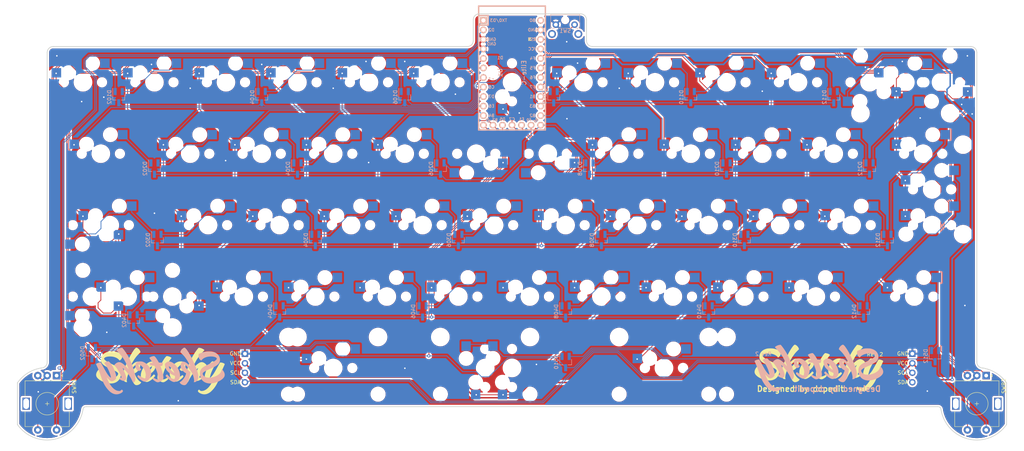
<source format=kicad_pcb>
(kicad_pcb (version 20211014) (generator pcbnew)
  (title_block (title "Sketchy Sketchy PCB") (date "2022-02-04") (rev "1") (company "dcpedit"))
  (layers (0 "F.Cu" signal) (31 "B.Cu" signal) (34 "B.Paste" user) (35 "F.Paste" user) (36 "B.SilkS" user "B.Silkscreen") (37 "F.SilkS" user "F.Silkscreen") (38 "B.Mask" user) (39 "F.Mask" user) (44 "Edge.Cuts" user))
  (net 0 "")
  (net 1 "Net-(D102-Pad1)")
  (net 2 "Row0")
  (net 3 "Net-(D102-Pad2)")
  (net 4 "Net-(D104-Pad1)")
  (net 5 "Row1")
  (net 6 "Net-(D104-Pad2)")
  (net 7 "Net-(D106-Pad1)")
  (net 8 "Net-(D106-Pad2)")
  (net 9 "Net-(D108-Pad1)")
  (net 10 "Net-(D108-Pad2)")
  (net 11 "Net-(D110-Pad1)")
  (net 12 "Net-(D110-Pad2)")
  (net 13 "Net-(D112-Pad1)")
  (net 14 "Net-(D112-Pad2)")
  (net 15 "Net-(D202-Pad1)")
  (net 16 "Net-(D202-Pad2)")
  (net 17 "Net-(D204-Pad1)")
  (net 18 "Net-(D204-Pad2)")
  (net 19 "Net-(D206-Pad1)")
  (net 20 "Net-(D206-Pad2)")
  (net 21 "Net-(D208-Pad1)")
  (net 22 "Net-(D208-Pad2)")
  (net 23 "Net-(D210-Pad1)")
  (net 24 "Row2")
  (net 25 "Net-(D210-Pad2)")
  (net 26 "Net-(D212-Pad1)")
  (net 27 "Row3")
  (net 28 "Net-(D212-Pad2)")
  (net 29 "Net-(D302-Pad1)")
  (net 30 "Net-(D302-Pad2)")
  (net 31 "Net-(D304-Pad1)")
  (net 32 "Net-(D304-Pad2)")
  (net 33 "Net-(D306-Pad1)")
  (net 34 "Net-(D306-Pad2)")
  (net 35 "Net-(D308-Pad1)")
  (net 36 "Net-(D308-Pad2)")
  (net 37 "Net-(D310-Pad1)")
  (net 38 "Net-(D310-Pad2)")
  (net 39 "Net-(D312-Pad1)")
  (net 40 "Net-(D312-Pad2)")
  (net 41 "Net-(D402-Pad1)")
  (net 42 "Row4")
  (net 43 "Net-(D402-Pad2)")
  (net 44 "Net-(D404-Pad1)")
  (net 45 "Net-(D404-Pad2)")
  (net 46 "Net-(D406-Pad1)")
  (net 47 "Net-(D406-Pad2)")
  (net 48 "Net-(D408-Pad1)")
  (net 49 "Net-(D408-Pad2)")
  (net 50 "Net-(D410-Pad1)")
  (net 51 "Net-(D410-Pad2)")
  (net 52 "Net-(D412-Pad1)")
  (net 53 "Net-(D412-Pad2)")
  (net 54 "Net-(D502-Pad1)")
  (net 55 "Net-(D502-Pad2)")
  (net 56 "Net-(D510-Pad1)")
  (net 57 "Net-(D510-Pad2)")
  (net 58 "Net-(D512-Pad1)")
  (net 59 "Net-(D512-Pad2)")
  (net 60 "Col10")
  (net 61 "Col11")
  (net 63 "SDA")
  (net 64 "SCL")
  (net 65 "+5V")
  (net 66 "RB1")
  (net 67 "RA1")
  (net 68 "RB2")
  (net 69 "RA2")
  (net 70 "Col0")
  (net 71 "Col1")
  (net 72 "Col2")
  (net 73 "Col3")
  (net 74 "Col4")
  (net 75 "Col5")
  (net 76 "Col6")
  (net 77 "Col7")
  (net 78 "Col8")
  (net 79 "Col9")
  (net 80 "GND")
  (net 81 "Net-(SW1-Pad1)")
  (footprint "Custom_Footprints:SSD1306_OLED" (layer "F.Cu") (at 237.33125 125.4125 180)
    (fp_text reference "J2")
    (fp_text value "OLED")
  )
  (footprint "Keebio-Parts:RotaryEncoder_Alps_EC11E-Switch_Vertical_H20mm" (layer "F.Cu") (at 272.25625 134.9375 -90)
    (fp_text reference "SWR2")
    (fp_text value "Rotary_Encoder_Switch")
  )
  (footprint "Keebio-Parts:RotaryEncoder_Alps_EC11E-Switch_Vertical_H20mm" (layer "F.Cu") (at 24.60625 134.9375 -90)
    (fp_text reference "SWR1")
    (fp_text value "Rotary_Encoder_Switch")
  )
  (footprint "Custom_Footprints:SSD1306_OLED" (layer "F.Cu") (at 59.53125 125.4125 180)
    (fp_text reference "J1")
    (fp_text value "OLED")
  )
  (footprint "Keebio-Parts:Elite-C" (layer "F.Cu") (at 148.43125 46.6725 -90)
    (fp_text reference "U1")
    (fp_text value "Elite-C")
  )
  (footprint "MX_Only:MXOnly-1U-Hotswap" (layer "F.Cu") (at 115.09375 106.3625)
    (fp_text reference "MX405")
    (fp_text value "MX-NoLED")
  )
  (footprint "MX_Only:MXOnly-7U-Hotswap-ReversedStabilizers" (layer "F.Cu") (at 148.43125 125.4125)
    (fp_text reference "MX509.7")
    (fp_text value "MX-NoLED")
  )
  (footprint "MX_Only:MXOnly-1U-Hotswap" (layer "F.Cu") (at 196.05625 68.2625)
    (fp_text reference "MX209")
    (fp_text value "MX-NoLED")
  )
  (footprint "MX_Only:MXOnly-1U-Hotswap" (layer "F.Cu") (at 157.95625 68.2625 180)
    (fp_text reference "MX207")
    (fp_text value "MX-NoLED")
  )
  (footprint "MX_Only:MXOnly-1U-Hotswap" (layer "F.Cu") (at 148.43125 49.2125 90)
    (fp_text reference "MX107")
    (fp_text value "MX-NoLED")
  )
  (footprint "MX_Only:MXOnly-1U-Hotswap" (layer "F.Cu") (at 119.85625 68.2625)
    (fp_text reference "MX205")
    (fp_text value "MX-NoLED")
  )
  (footprint "MX_Only:MXOnly-2.25U-Hotswap" (layer "F.Cu") (at 46.0375 106.3625)
    (fp_text reference "MX401")
    (fp_text value "MX-NoLED")
  )
  (footprint "MX_Only:MXOnly-1U-Hotswap" (layer "F.Cu") (at 57.94375 106.3625 180)
    (fp_text reference "MX402")
    (fp_text value "MX-NoLED")
  )
  (footprint "MX_Only:MXOnly-1U-Hotswap" (layer "F.Cu") (at 86.51875 87.3125)
    (fp_text reference "MX303")
    (fp_text value "MX-NoLED")
  )
  (footprint "MX_Only:MXOnly-1U-Hotswap" (layer "F.Cu") (at 62.70625 68.2625)
    (fp_text reference "MX202")
    (fp_text value "MX-NoLED")
  )
  (footprint "MX_Only:MXOnly-1U-Hotswap" (layer "F.Cu") (at 167.48125 49.2125)
    (fp_text reference "MX108")
    (fp_text value "MX-NoLED")
  )
  (footprint "MX_Only:MXOnly-2U-Hotswap" (layer "F.Cu") (at 253.20625 49.2125)
    (fp_text reference "MX112.2")
    (fp_text value "MX-NoLED")
  )
  (footprint "MX_Only:MXOnly-2U-Hotswap-ReversedStabilizers" (layer "F.Cu") (at 100.80625 125.4125)
    (fp_text reference "MX502")
    (fp_text value "MX-NoLED")
  )
  (footprint "MX_Only:MXOnly-1U-Hotswap" (layer "F.Cu") (at 191.29375 106.3625)
    (fp_text reference "MX409")
    (fp_text value "MX-NoLED")
  )
  (footprint "MX_Only:MXOnly-1U-Hotswap" (layer "F.Cu") (at 124.61875 87.3125)
    (fp_text reference "MX305")
    (fp_text value "MX-NoLED")
  )
  (footprint "MX_Only:MXOnly-1.75U-Hotswap" (layer "F.Cu") (at 41.275 87.3125)
    (fp_text reference "MX301")
    (fp_text value "MX-NoLED")
  )
  (footprint "MX_Only:MXOnly-1U-Hotswap" (layer "F.Cu") (at 177.00625 68.2625)
    (fp_text reference "MX208")
    (fp_text value "MX-NoLED")
  )
  (footprint "MX_Only:MXOnly-2.75U-Hotswap-ReversedStabilizers" (layer "F.Cu") (at 188.9125 125.4125)
    (fp_text reference "MX510")
    (fp_text value "MX-NoLED")
  )
  (footprint "MX_Only:MXOnly-1U-Hotswap" (layer "F.Cu") (at 138.90625 68.2625 180)
    (fp_text reference "MX206")
    (fp_text value "MX-NoLED")
  )
  (footprint "MX_Only:MXOnly-1.25U-Hotswap" (layer "F.Cu") (at 260.35 87.3125)
    (fp_text reference "MX412")
    (fp_text value "MX-NoLED")
  )
  (footprint "MX_Only:MXOnly-1U-Hotswap" (layer "F.Cu") (at 134.14375 106.3625)
    (fp_text reference "MX406")
    (fp_text value "MX-NoLED")
  )
  (footprint "MX_Only:MXOnly-1U-Hotswap" (layer "F.Cu") (at 81.75625 68.2625)
    (fp_text reference "MX203")
    (fp_text value "MX-NoLED")
  )
  (footprint "MX_Only:MXOnly-1U-Hotswap" (layer "F.Cu") (at 105.56875 87.3125)
    (fp_text reference "MX304")
    (fp_text value "MX-NoLED")
  )
  (footprint "MX_Only:MXOnly-1U-Hotswap" (layer "F.Cu") (at 200.81875 87.3125)
    (fp_text reference "MX309")
    (fp_text value "MX-NoLED")
  )
  (footprint "MX_Only:MXOnly-1U-Hotswap" (layer "F.Cu") (at 96.04375 106.3625)
    (fp_text reference "MX404")
    (fp_text value "MX-NoLED")
  )
  (footprint "MX_Only:MXOnly-ISO-Hotswap" (layer "F.Cu") (at 260.35 77.7875)
    (fp_text reference "MX412.2")
    (fp_text value "MX-NoLED")
  )
  (footprint "MX_Only:MXOnly-1U-Hotswap" (layer "F.Cu") (at 224.63125 49.2125)
    (fp_text reference "MX111")
    (fp_text value "MX-NoLED")
  )
  (footprint "MX_Only:MXOnly-1U-Hotswap" (layer "F.Cu") (at 210.34375 106.3625)
    (fp_text reference "MX410")
    (fp_text value "MX-NoLED")
  )
  (footprint "MX_Only:MXOnly-1U-Hotswap" (layer "F.Cu") (at 53.18125 49.2125)
    (fp_text reference "MX102")
    (fp_text value "MX-NoLED")
  )
  (footprint "MX_Only:MXOnly-1U-Hotswap" (layer "F.Cu") (at 76.99375 106.3625)
    (fp_text reference "MX403")
    (fp_text value "MX-NoLED")
  )
  (footprint "MX_Only:MXOnly-2.25U-Hotswap-ReversedStabilizers" (layer "F.Cu") (at 141.2875 125.4125)
    (fp_text reference "MX509")
    (fp_text value "MX-NoLED")
  )
  (footprint "MX_Only:MXOnly-1U-Hotswap" (layer "F.Cu") (at 72.23125 49.2125)
    (fp_text reference "MX103")
    (fp_text value "MX-NoLED")
  )
  (footprint "MX_Only:MXOnly-1U-Hotswap" (layer "F.Cu") (at 186.53125 49.2125)
    (fp_text reference "MX109")
    (fp_text value "MX-NoLED")
  )
  (footprint "MX_Only:MXOnly-1U-Hotswap" (layer "F.Cu") (at 262.73125 49.2125 180)
    (fp_text reference "MX212")
    (fp_text value "MX-NoLED")
  )
  (footprint "MX_Only:MXOnly-1U-Hotswap" (layer "F.Cu") (at 34.13125 49.2125)
    (fp_text reference "MX101")
    (fp_text value "MX-NoLED")
  )
  (footprint "MX_Only:MXOnly-1U-Hotswap" (layer "F.Cu") (at 215.10625 68.2625)
    (fp_text reference "MX210")
    (fp_text value "MX-NoLED")
  )
  (footprint "sketchy:sketchy" (layer "F.Cu") (at 54.76875 126.20625)
    (fp_text reference "G***" hide)
    (fp_text value "LOGO" hide)
  )
  (footprint "MX_Only:MXOnly-1U-Hotswap" (layer "F.Cu") (at 229.39375 106.3625)
    (fp_text reference "MX411")
    (fp_text value "MX-NoLED")
  )
  (footprint "MX_Only:MXOnly-1U-Hotswap" (layer "F.Cu") (at 67.46875 87.3125)
    (fp_text reference "MX302")
    (fp_text value "MX-NoLED")
  )
  (footprint "MX_Only:MXOnly-1U-Hotswap" (layer "F.Cu") (at 219.86875 87.3125)
    (fp_text reference "MX310")
    (fp_text value "MX-NoLED")
  )
  (footprint "MX_Only:MXOnly-1.5U-Hotswap" (layer "F.Cu") (at 257.96875 68.2625)
    (fp_text reference "MX312")
    (fp_text value "MX-NoLED")
  )
  (footprint "MX_Only:MXOnly-1U-Hotswap" (layer "F.Cu") (at 205.58125 49.2125)
    (fp_text reference "MX110")
    (fp_text value "MX-NoLED")
  )
  (footprint "MX_Only:MXOnly-1.25U-Hotswap" (layer "F.Cu") (at 36.5125 87.3125 180)
    (fp_text reference "MX301.125")
    (fp_text value "MX-NoLED")
  )
  (footprint "MX_Only:MXOnly-1U-Hotswap" (layer "F.Cu") (at 181.76875 87.3125)
    (fp_text reference "MX308")
    (fp_text value "MX-NoLED")
  )
  (footprint "MX_Only:MXOnly-1U-Hotswap" (layer "F.Cu") (at 243.68125 49.2125 180)
    (fp_text reference "MX112")
    (fp_text value "MX-NoLED")
  )
  (footprint "MX_Only:MXOnly-1U-Hotswap" (layer "F.Cu") (at 153.19375 106.3625)
    (fp_text reference "MX407")
    (fp_text value "MX-NoLED")
  )
  (footprint "MX_Only:MXOnly-1U-Hotswap" (layer "F.Cu") (at 162.71875 87.3125)
    (fp_text reference "MX307")
    (fp_text value "MX-NoLED")
  )
  (footprint "MX_Only:MXOnly-1.75U-Hotswap" (layer "F.Cu") (at 255.5875 106.3625)
    (fp_text reference "MX511")
    (fp_text value "MX-NoLED")
  )
  (footprint "MX_Only:MXOnly-1.5U-Hotswap" (layer "F.Cu") (at 38.89375 68.2625)
    (fp_text reference "MX201")
    (fp_text value "MX-NoLED")
  )
  (footprint "MX_Only:MXOnly-1.25U-Hotswap" (layer "F.Cu") (at 36.5125 106.3625 180)
    (fp_text reference "MX401.125")
    (fp_text value "MX-NoLED")
  )
  (footprint "MX_Only:MXOnly-1U-Hotswap" (layer "F.Cu") (at 91.28125 49.2125)
    (fp_text reference "MX104")
    (fp_text value "MX-NoLED")
  )
  (footprint "MX_Only:MXOnly-1U-Hotswap" (layer "F.Cu") (at 129.38125 49.2125)
    (fp_text reference "MX106")
    (fp_text value "MX-NoLED")
  )
  (footprint "MX_Only:MXOnly-1U-Hotswap" (layer "F.Cu") (at 143.66875 87.3125)
    (fp_text reference "MX306")
    (fp_text value "MX-NoLED")
  )
  (footprint "MX_Only:MXOnly-1U-Hotswap" (layer "F.Cu") (at 238.91875 87.3125)
    (fp_text reference "MX311")
    (fp_text value "MX-NoLED")
  )
  (footprint "MX_Only:MXOnly-1U-Hotswap" (layer "F.Cu") (at 234.15625 68.2625)
    (fp_text reference "MX211")
    (fp_text value "MX-NoLED")
  )
  (footprint "MX_Only:MXOnly-1U-Hotswap" (layer "F.Cu") (at 172.24375 106.3625)
    (fp_text reference "MX408")
    (fp_text value "MX-NoLED")
  )
  (footprint "MX_Only:MXOnly-1U-Hotswap" (layer "F.Cu") (at 100.80625 68.2625)
    (fp_text reference "MX204")
    (fp_text value "MX-NoLED")
  )
  (footprint "MX_Only:MXOnly-1U-Hotswap" (layer "F.Cu") (at 110.33125 49.2125)
    (fp_text reference "MX105")
    (fp_text value "MX-NoLED")
  )
  (footprint "sketchy:sketchy" (layer "F.Cu") (at 230.1875 125.4125)
    (fp_text reference "G***" hide)
    (fp_text value "LOGO" hide)
  )
  (footprint "Keebio-Parts:SW_Tactile_SPST_Angled_MJTP1117" (layer "B.Cu") (at 165.1 33.84375 180)
    (fp_text reference "SW1")
    (fp_text value "SW_Push")
  )
  (footprint "Keebio-Parts:SOT-23_Handsoldering" (layer "B.Cu") (at 43.65625 53.18125 -90)
    (fp_text reference "D102")
    (fp_text value "BAV70")
  )
  (footprint "Keebio-Parts:SOT-23_Handsoldering" (layer "B.Cu") (at 81.75625 53.18125 -90)
    (fp_text reference "D104")
    (fp_text value "BAV70")
  )
  (footprint "Keebio-Parts:SOT-23_Handsoldering" (layer "B.Cu") (at 196.05625 53.18125 -90)
    (fp_text reference "D110")
    (fp_text value "BAV70")
  )
  (footprint "Keebio-Parts:SOT-23_Handsoldering" (layer "B.Cu") (at 248.44375 91.28125 -90)
    (fp_text reference "D312")
    (fp_text value "BAV70")
  )
  (footprint "Keebio-Parts:SOT-23_Handsoldering" (layer "B.Cu") (at 47.625 112.7125 -90)
    (fp_text reference "D402")
    (fp_text value "BAV70")
  )
  (footprint "Keebio-Parts:SOT-23_Handsoldering" (layer "B.Cu") (at 53.975 91.28125 -90)
    (fp_text reference "D302")
    (fp_text value "BAV70")
  )
  (footprint "sketchy:sketchy" (layer "B.Cu") (at 230.1875 125.4125 180)
    (fp_text reference "G***" hide)
    (fp_text value "LOGO" hide)
  )
  (footprint "Keebio-Parts:SOT-23_Handsoldering" (layer "B.Cu") (at 162.71875 123.825 -90)
    (fp_text reference "D510")
    (fp_text value "BAV70")
  )
  (footprint "Keebio-Parts:SOT-23_Handsoldering" (layer "B.Cu") (at 159.54375 53.18125 -90)
    (fp_text reference "D108")
    (fp_text value "BAV70")
  )
  (footprint "Keebio-Parts:SOT-23_Handsoldering" (layer "B.Cu") (at 124.61875 110.33125 -90)
    (fp_text reference "D406")
    (fp_text value "BAV70")
  )
  (footprint "Keebio-Parts:SOT-23_Handsoldering" (layer "B.Cu") (at 200.81875 110.33125 -90)
    (fp_text reference "D410")
    (fp_text value "BAV70")
  )
  (footprint "Keebio-Parts:SOT-23_Handsoldering" (layer "B.Cu") (at 134.14375 91.28125 -90)
    (fp_text reference "D306")
    (fp_text value "BAV70")
  )
  (footprint "Keebio-Parts:SOT-23_Handsoldering" (layer "B.Cu") (at 53.18125 72.23125 -90)
    (fp_text reference "D202")
    (fp_text value "BAV70")
  )
  (footprint "Keebio-Parts:SOT-23_Handsoldering" (layer "B.Cu") (at 261.14375 122.2375 -90)
    (fp_text reference "D512")
    (fp_text value "BAV70")
  )
  (footprint "Keebio-Parts:SOT-23_Handsoldering" (layer "B.Cu") (at 36.5125 121.44375 -90)
    (fp_text reference "D502")
    (fp_text value "BAV70")
  )
  (footprint "sketchy:sketchy" (layer "B.Cu") (at 54.76875 126.20625 180)
    (fp_text reference "G***" hide)
    (fp_text value "LOGO" hide)
  )
  (footprint "Keebio-Parts:SOT-23_Handsoldering" (layer "B.Cu") (at 205.58125 72.23125 -90)
    (fp_text reference "D210")
    (fp_text value "BAV70")
  )
  (footprint "Keebio-Parts:SOT-23_Handsoldering" (layer "B.Cu") (at 172.24375 91.28125 -90)
    (fp_text reference "D308")
    (fp_text value "BAV70")
  )
  (footprint "Keebio-Parts:SOT-23_Handsoldering" (layer "B.Cu") (at 96.04375 91.28125 -90)
    (fp_text reference "D304")
    (fp_text value "BAV70")
  )
  (footprint "Keebio-Parts:SOT-23_Handsoldering" (layer "B.Cu") (at 129.38125 72.23125 -90)
    (fp_text reference "D206")
    (fp_text value "BAV70")
  )
  (footprint "Keebio-Parts:SOT-23_Handsoldering" (layer "B.Cu") (at 242.09375 110.33125 -90)
    (fp_text reference "D412")
    (fp_text value "BAV70")
  )
  (footprint "Keebio-Parts:SOT-23_Handsoldering" (layer "B.Cu") (at 234.15625 53.18125 -90)
    (fp_text reference "D112")
    (fp_text value "BAV70")
  )
  (footprint "Keebio-Parts:SOT-23_Handsoldering" (layer "B.Cu") (at 86.51875 110.33125 -90)
    (fp_text reference "D404")
    (fp_text value "BAV70")
  )
  (footprint "Keebio-Parts:SOT-23_Handsoldering" (layer "B.Cu") (at 119.85625 53.18125 -90)
    (fp_text reference "D106")
    (fp_text value "BAV70")
  )
  (footprint "Keebio-Parts:SOT-23_Handsoldering" (layer "B.Cu") (at 169.06875 72.23125 -90)
    (fp_text reference "D208")
    (fp_text value "BAV70")
  )
  (footprint "Keebio-Parts:SOT-23_Handsoldering" (layer "B.Cu") (at 91.28125 72.23125 -90)
    (fp_text reference "D204")
    (fp_text value "BAV70")
  )
  (footprint "Keebio-Parts:SOT-23_Handsoldering" (layer "B.Cu") (at 162.71875 110.33125 -90)
    (fp_text reference "D408")
    (fp_text value "BAV70")
  )
  (footprint "Keebio-Parts:SOT-23_Handsoldering" (layer "B.Cu") (at 210.34375 91.28125 -90)
    (fp_text reference "D310")
    (fp_text value "BAV70")
  )
  (footprint "Keebio-Parts:SOT-23_Handsoldering" (layer "B.Cu") (at 243.68125 72.23125 -90)
    (fp_text reference "D212")
    (fp_text value "BAV70")
  )
  (gr_line (start 138.1125 32.54375) (end 138.1125 38.1) (layer "Edge.Cuts") (width 0.2))
  (gr_arc (start 280.19375 140.49375) (mid 270.128748 144.377886) (end 262.731251 136.525) (layer "Edge.Cuts") (width 0.2))
  (gr_arc (start 261.9375 135.73125) (mid 262.498766 135.963734) (end 262.73125 136.525) (layer "Edge.Cuts") (width 0.2))
  (gr_line (start 168.275 38.1) (end 168.275 32.54375) (layer "Edge.Cuts") (width 0.2))
  (gr_arc (start 34.131249 136.525) (mid 34.363733 135.963733) (end 34.925 135.731249) (layer "Edge.Cuts") (width 0.2))
  (gr_line (start 280.19375 129.38125) (end 280.19375 140.49375) (layer "Edge.Cuts") (width 0.2))
  (gr_line (start 270.66875 39.6875) (end 169.8625 39.6875) (layer "Edge.Cuts") (width 0.2))
  (gr_arc (start 34.131249 136.525) (mid 26.731771 144.36917) (end 16.66875 140.49375) (layer "Edge.Cuts") (width 0.2))
  (gr_line (start 16.66875 129.38125) (end 16.66875 140.49375) (layer "Edge.Cuts") (width 0.2))
  (gr_arc (start 273.84375 125.412502) (mid 272.721217 124.947533) (end 272.256248 123.825) (layer "Edge.Cuts") (width 0.2))
  (gr_arc (start 16.66875 129.38125) (mid 19.439977 126.750839) (end 23.01875 125.412501) (layer "Edge.Cuts") (width 0.2))
  (gr_arc (start 138.1125 32.54375) (mid 138.577468 31.421218) (end 139.7 30.95625) (layer "Edge.Cuts") (width 0.2))
  (gr_arc (start 24.60625 123.825) (mid 24.141282 124.947532) (end 23.01875 125.4125) (layer "Edge.Cuts") (width 0.2))
  (gr_line (start 272.25625 41.275) (end 272.25625 123.825) (layer "Edge.Cuts") (width 0.2))
  (gr_arc (start 166.6875 30.95625) (mid 167.810032 31.421218) (end 168.275 32.54375) (layer "Edge.Cuts") (width 0.2))
  (gr_arc (start 138.1125 38.1) (mid 137.647532 39.222532) (end 136.525 39.6875) (layer "Edge.Cuts") (width 0.2))
  (gr_line (start 261.9375 135.73125) (end 34.925 135.731249) (layer "Edge.Cuts") (width 0.2))
  (gr_line (start 136.525 39.6875) (end 26.19375 39.6875) (layer "Edge.Cuts") (width 0.2))
  (gr_line (start 24.60625 41.275) (end 24.60625 123.825) (layer "Edge.Cuts") (width 0.2))
  (gr_arc (start 24.60625 41.275) (mid 25.071218 40.152468) (end 26.19375 39.6875) (layer "Edge.Cuts") (width 0.2))
  (gr_line (start 166.6875 30.95625) (end 139.7 30.95625) (layer "Edge.Cuts") (width 0.2))
  (gr_arc (start 273.84375 125.412502) (mid 277.414241 126.76409) (end 280.19375 129.38125) (layer "Edge.Cuts") (width 0.2))
  (gr_arc (start 270.66875 39.6875) (mid 271.791282 40.152468) (end 272.25625 41.275) (layer "Edge.Cuts") (width 0.2))
  (gr_arc (start 169.8625 39.6875) (mid 168.739968 39.222532) (end 168.275 38.1) (layer "Edge.Cuts") (width 0.2))
  (gr_text "Designed by dcpedit" (at 246.85625 130.96875) (layer "B.SilkS") (effects (font (size 1.5 1.5) (thickness 0.3)) (justify left mirror)))
  (gr_text "Rev 2" (at 215.392 121.666) (layer "B.SilkS") (effects (font (size 1 1)) (justify mirror)))
  (gr_text "Designed by dcpedit" (at 213.51875 130.96875) (layer "F.SilkS") (effects (font (size 1.5 1.5) (thickness 0.3)) (justify left)))
  (gr_text "Rev 2" (at 245.11 121.793) (layer "F.SilkS") (effects (font (size 1 1))))
  (segment (start 42.70625 46.8655) (end 42.70625 51.68125) (width 0.2032) (layer "B.Cu") (net 1))
  (segment (start 39.97325 44.1325) (end 42.70625 46.8655) (width 0.2032) (layer "B.Cu") (net 1))
  (segment (start 143.764 49.276) (end 138.938 49.276) (width 0.2032) (layer "B.Cu") (net 2))
  (segment (start 234.15625 54.68125) (end 196.05625 54.68125) (width 0.2032) (layer "B.Cu") (net 2))
  (segment (start 154.686 54.19725) (end 154.686 51.786) (width 0.2032) (layer "B.Cu") (net 2))
  (segment (start 82.604641 55.529641) (end 119.007859 55.529641) (width 0.2032) (layer "B.Cu") (net 2))
  (segment (start 159.54375 54.68125) (end 196.05625 54.68125) (width 0.2032) (layer "B.Cu") (net 2))
  (segment (start 119.007859 55.529641) (end 119.85625 54.68125) (width 0.2032) (layer "B.Cu") (net 2))
  (segment (start 156.05125 55.5625) (end 154.686 54.19725) (width 0.2032) (layer "B.Cu") (net 2))
  (segment (start 81.75625 54.68125) (end 82.604641 55.529641) (width 0.2032) (layer "B.Cu") (net 2))
  (segment (start 138.938 49.276) (end 138.502297 49.711703) (width 0.2032) (layer "B.Cu") (net 2))
  (segment (start 149.063164 46.163164) (end 146.876836 46.163164) (width 0.2032) (layer "B.Cu") (net 2))
  (segment (start 137.165045 55.529641) (end 120.704641 55.529641) (width 0.2032) (layer "B.Cu") (net 2))
  (segment (start 146.876836 46.163164) (end 143.764 49.276) (width 0.2032) (layer "B.Cu") (net 2))
  (segment (start 80.907859 55.529641) (end 44.504641 55.529641) (width 0.2032) (layer "B.Cu") (net 2))
  (segment (start 120.704641 55.529641) (end 119.85625 54.68125) (width 0.2032) (layer "B.Cu") (net 2))
  (segment (start 156.9325 54.68125) (end 156.05125 55.5625) (width 0.2032) (layer "B.Cu") (net 2))
  (segment (start 138.502297 54.192389) (end 137.165045 55.529641) (width 0.2032) (layer "B.Cu") (net 2))
  (segment (start 44.504641 55.529641) (end 43.65625 54.68125) (width 0.2032) (layer "B.Cu") (net 2))
  (segment (start 154.686 51.786) (end 149.063164 46.163164) (width 0.2032) (layer "B.Cu") (net 2))
  (segment (start 159.54375 54.68125) (end 156.9325 54.68125) (width 0.2032) (layer "B.Cu") (net 2))
  (segment (start 138.502297 49.711703) (end 138.502297 54.192389) (width 0.2032) (layer "B.Cu") (net 2))
  (segment (start 81.75625 54.68125) (end 80.907859 55.529641) (width 0.2032) (layer "B.Cu") (net 2))
  (segment (start 59.02325 44.1325) (end 57.172129 45.983621) (width 0.2032) (layer "B.Cu") (net 3))
  (segment (start 57.172129 45.983621) (end 53.093767 45.983621) (width 0.2032) (layer "B.Cu") (net 3))
  (segment (start 53.093767 45.983621) (end 47.396138 51.68125) (width 0.2032) (layer "B.Cu") (net 3))
  (segment (start 47.396138 51.68125) (end 44.60625 51.68125) (width 0.2032) (layer "B.Cu") (net 3))
  (segment (start 80.80625 46.8655) (end 80.80625 51.68125) (width 0.2032) (layer "B.Cu") (net 4))
  (segment (start 78.07325 44.1325) (end 80.80625 46.8655) (width 0.2032) (layer "B.Cu") (net 4))
  (segment (start 151.650129 69.329871) (end 145.786379 75.193621) (width 0.2032) (layer "B.Cu") (net 5))
  (segment (start 156.05125 60.6425) (end 159.982222 60.6425) (width 0.2032) (layer "B.Cu") (net 5))
  (segment (start 205.58125 73.73125) (end 243.68125 73.73125) (width 0.2032) (layer "B.Cu") (net 5))
  (segment (start 53.18125 73.73125) (end 91.28125 73.73125) (width 0.2032) (layer "B.Cu") (net 5))
  (segment (start 91.28125 73.73125) (end 129.38125 73.73125) (width 0.2032) (layer "B.Cu") (net 5))
  (segment (start 169.06875 69.729028) (end 169.06875 73.73125) (width 0.2032) (layer "B.Cu") (net 5))
  (segment (start 169.06875 73.73125) (end 205.58125 73.73125) (width 0.2032) (layer "B.Cu") (net 5))
  (segment (start 130.843621 75.193621) (end 129.38125 73.73125) (width 0.2032) (layer "B.Cu") (net 5))
  (segment (start 159.982222 60.6425) (end 169.06875 69.729028) (width 0.2032) (layer "B.Cu") (net 5))
  (segment (start 145.786379 75.193621) (end 130.843621 75.193621) (width 0.2032) (layer "B.Cu") (net 5))
  (segment (start 151.650129 65.043621) (end 151.650129 69.329871) (width 0.2032) (layer "B.Cu") (net 5))
  (segment (start 156.05125 60.6425) (end 151.650129 65.043621) (width 0.2032) (layer "B.Cu") (net 5))
  (segment (start 85.466498 51.68125) (end 82.70625 51.68125) (width 0.2032) (layer "B.Cu") (net 6))
  (segment (start 91.164127 45.983621) (end 85.466498 51.68125) (width 0.2032) (layer "B.Cu") (net 6))
  (segment (start 97.12325 44.1325) (end 95.272129 45.983621) (width 0.2032) (layer "B.Cu") (net 6))
  (segment (start 95.272129 45.983621) (end 91.164127 45.983621) (width 0.2032) (layer "B.Cu") (net 6))
  (segment (start 116.17325 44.1325) (end 118.90625 46.8655) (width 0.2032) (layer "B.Cu") (net 7))
  (segment (start 118.90625 46.8655) (end 118.90625 51.68125) (width 0.2032) (layer "B.Cu") (net 7))
  (segment (start 136.998233 55.126921) (end 121.674921 55.126921) (width 0.2032) (layer "B.Cu") (net 8))
  (segment (start 138.099577 47.008827) (end 138.099577 54.025577) (width 0.2032) (layer "B.Cu") (net 8))
  (segment (start 138.099577 54.025577) (end 136.998233 55.126921) (width 0.2032) (layer "B.Cu") (net 8))
  (segment (start 135.22325 44.1325) (end 138.099577 47.008827) (width 0.2032) (layer "B.Cu") (net 8))
  (segment (start 120.80625 54.25825) (end 120.80625 51.68125) (width 0.2032) (layer "B.Cu") (net 8))
  (segment (start 121.674921 55.126921) (end 120.80625 54.25825) (width 0.2032) (layer "B.Cu") (net 8))
  (segment (start 158.59375 51.68125) (end 155.150782 51.68125) (width 0.2032) (layer "B.Cu") (net 9))
  (segment (start 143.35125 43.3705) (end 145.741194 45.760444) (width 0.2032) (layer "B.Cu") (net 9))
  (segment (start 149.229976 45.760444) (end 150.059766 46.590234) (width 0.2032) (layer "B.Cu") (net 9))
  (segment (start 149.239556 45.770024) (end 149.239556 45.760444) (width 0.2032) (layer "B.Cu") (net 9))
  (segment (start 150.059766 46.590234) (end 149.239556 45.770024) (width 0.2032) (layer "B.Cu") (net 9))
  (segment (start 145.741194 45.760444) (end 149.229976 45.760444) (width 0.2032) (layer "B.Cu") (net 9))
  (segment (start 155.150782 51.68125) (end 150.059766 46.590234) (width 0.2032) (layer "B.Cu") (net 9))
  (segment (start 167.364127 45.983621) (end 161.666498 51.68125) (width 0.2032) (layer "B.Cu") (net 10))
  (segment (start 171.472129 45.983621) (end 167.364127 45.983621) (width 0.2032) (layer "B.Cu") (net 10))
  (segment (start 161.666498 51.68125) (end 160.49375 51.68125) (width 0.2032) (layer "B.Cu") (net 10))
  (segment (start 173.32325 44.1325) (end 171.472129 45.983621) (width 0.2032) (layer "B.Cu") (net 10))
  (segment (start 192.37325 44.1325) (end 195.10625 46.8655) (width 0.2032) (layer "B.Cu") (net 11))
  (segment (start 195.10625 46.8655) (end 195.10625 51.68125) (width 0.2032) (layer "B.Cu") (net 11))
  (segment (start 205.464127 45.983621) (end 199.766498 51.68125) (width 0.2032) (layer "B.Cu") (net 12))
  (segment (start 199.766498 51.68125) (end 197.00625 51.68125) (width 0.2032) (layer "B.Cu") (net 12))
  (segment (start 209.572129 45.983621) (end 205.464127 45.983621) (width 0.2032) (layer "B.Cu") (net 12))
  (segment (start 211.42325 44.1325) (end 209.572129 45.983621) (width 0.2032) (layer "B.Cu") (net 12))
  (segment (start 233.20625 46.8655) (end 233.20625 51.68125) (width 0.2032) (layer "B.Cu") (net 13))
  (segment (start 230.47325 44.1325) (end 233.20625 46.8655) (width 0.2032) (layer "B.Cu") (net 13))
  (segment (start 235.228 51.68125) (end 235.10625 51.68125) (width 0.2032) (layer "B.Cu") (net 14))
  (segment (start 237.83925 51.738138) (end 237.83925 54.2925) (width 0.2032) (layer "B.Cu") (net 14))
  (segment (start 259.04825 44.1325) (end 257.197129 42.281379) (width 0.2032) (layer "B.Cu") (net 14))
  (segment (start 257.197129 42.281379) (end 247.296009 42.281379) (width 0.2032) (layer "B.Cu") (net 14))
  (segment (start 247.296009 42.281379) (end 237.83925 51.738138) (width 0.2032) (layer "B.Cu") (net 14))
  (segment (start 237.83925 54.2925) (end 235.228 51.68125) (width 0.2032) (layer "B.Cu") (net 14))
  (segment (start 44.73575 63.1825) (end 44.73575 63.23575) (width 0.2032) (layer "B.Cu") (net 15))
  (segment (start 44.73575 63.23575) (end 52.23125 70.73125) (width 0.2032) (layer "B.Cu") (net 15))
  (segment (start 68.54825 63.1825) (end 65.813271 65.917479) (width 0.2032) (layer "B.Cu") (net 16))
  (segment (start 61.734909 65.917479) (end 56.921138 70.73125) (width 0.2032) (layer "B.Cu") (net 16))
  (segment (start 56.921138 70.73125) (end 54.13125 70.73125) (width 0.2032) (layer "B.Cu") (net 16))
  (segment (start 65.813271 65.917479) (end 61.734909 65.917479) (width 0.2032) (layer "B.Cu") (net 16))
  (segment (start 87.59825 63.1825) (end 90.33125 65.9155) (width 0.2032) (layer "B.Cu") (net 17))
  (segment (start 90.33125 65.9155) (end 90.33125 70.73125) (width 0.2032) (layer "B.Cu") (net 17))
  (segment (start 100.689127 65.033621) (end 94.991498 70.73125) (width 0.2032) (layer "B.Cu") (net 18))
  (segment (start 106.64825 63.1825) (end 104.797129 65.033621) (width 0.2032) (layer "B.Cu") (net 18))
  (segment (start 94.991498 70.73125) (end 92.23125 70.73125) (width 0.2032) (layer "B.Cu") (net 18))
  (segment (start 104.797129 65.033621) (end 100.689127 65.033621) (width 0.2032) (layer "B.Cu") (net 18))
  (segment (start 128.43125 65.9155) (end 128.43125 70.73125) (width 0.2032) (layer "B.Cu") (net 19))
  (segment (start 125.69825 63.1825) (end 128.43125 65.9155) (width 0.2032) (layer "B.Cu") (net 19))
  (segment (start 132.9425 73.3425) (end 130.33125 70.73125) (width 0.2032) (layer "B.Cu") (net 20))
  (segment (start 133.06425 73.3425) (end 132.9425 73.3425) (width 0.2032) (layer "B.Cu") (net 20))
  (segment (start 160.999489 72.653621) (end 166.196379 72.653621) (width 0.2032) (layer "B.Cu") (net 21))
  (segment (start 152.11425 73.3425) (end 154.849229 70.607521) (width 0.2032) (layer "B.Cu") (net 21))
  (segment (start 154.849229 70.607521) (end 158.953389 70.607521) (width 0.2032) (layer "B.Cu") (net 21))
  (segment (start 166.196379 72.653621) (end 168.11875 70.73125) (width 0.2032) (layer "B.Cu") (net 21))
  (segment (start 158.953389 70.607521) (end 160.999489 72.653621) (width 0.2032) (layer "B.Cu") (net 21))
  (segment (start 182.84825 63.1825) (end 180.997129 65.033621) (width 0.2032) (layer "B.Cu") (net 22))
  (segment (start 171.191498 70.73125) (end 170.01875 70.73125) (width 0.2032) (layer "B.Cu") (net 22))
  (segment (start 180.997129 65.033621) (end 176.889127 65.033621) (width 0.2032) (layer "B.Cu") (net 22))
  (segment (start 176.889127 65.033621) (end 171.191498 70.73125) (width 0.2032) (layer "B.Cu") (net 22))
  (segment (start 201.89825 63.1825) (end 204.63125 65.9155) (width 0.2032) (layer "B.Cu") (net 23))
  (segment (start 204.63125 65.9155) (end 204.63125 70.73125) (width 0.2032) (layer "B.Cu") (net 23))
  (segment (start 156.276111 92.776111) (end 156.28125 92.78125) (width 0.2032) (layer "F.Cu") (net 24))
  (segment (start 150.97125 61.383482) (end 154.506488 64.91872) (width 0.2032) (layer "F.Cu") (net 24))
  (segment (start 165.801111 70.934161) (end 156.276111 80.459161) (width 0.2032) (layer "F.Cu") (net 24))
  (segment (start 150.97125 60.6425) (end 150.97125 61.383482) (width 0.2032) (layer "F.Cu") (net 24))
  (segment (start 154.506488 64.91872) (end 162.008252 64.91872) (width 0.2032) (layer "F.Cu") (net 24))
  (segment (start 156.276111 80.459161) (end 156.276111 92.776111) (width 0.2032) (layer "F.Cu") (net 24))
  (segment (start 162.008252 64.91872) (end 165.801111 68.711579) (width 0.2032) (layer "F.Cu") (net 24))
  (segment (start 165.801111 68.711579) (end 165.801111 70.934161) (width 0.2032) (layer "F.Cu") (net 24))
  (via (at 156.28125 92.78125) (size 0.8) (drill 0.4) (layers "F.Cu" "B.Cu") (net 24))
  (segment (start 210.34375 92.78125) (end 248.44375 92.78125) (width 0.2032) (layer "B.Cu") (net 24))
  (segment (start 156.28125 92.78125) (end 172.24375 92.78125) (width 0.2032) (layer "B.Cu") (net 24))
  (segment (start 96.04375 92.78125) (end 134.14375 92.78125) (width 0.2032) (layer "B.Cu") (net 24))
  (segment (start 53.975 92.78125) (end 96.04375 92.78125) (width 0.2032) (layer "B.Cu") (net 24))
  (segment (start 172.24375 92.78125) (end 210.34375 92.78125) (width 0.2032) (layer "B.Cu") (net 24))
  (segment (start 134.14375 92.78125) (end 156.28125 92.78125) (width 0.2032) (layer "B.Cu") (net 24))
  (segment (start 214.989127 65.033621) (end 209.291498 70.73125) (width 0.2032) (layer "B.Cu") (net 25))
  (segment (start 220.94825 63.1825) (end 219.097129 65.033621) (width 0.2032) (layer "B.Cu") (net 25))
  (segment (start 209.291498 70.73125) (end 206.53125 70.73125) (width 0.2032) (layer "B.Cu") (net 25))
  (segment (start 219.097129 65.033621) (end 214.989127 65.033621) (width 0.2032) (layer "B.Cu") (net 25))
  (segment (start 242.73125 65.9155) (end 242.73125 70.73125) (width 0.2032) (layer "B.Cu") (net 26))
  (segment (start 239.99825 63.1825) (end 242.73125 65.9155) (width 0.2032) (layer "B.Cu") (net 26))
  (segment (start 146.751111 70.934161) (end 146.751111 66.184279) (width 0.2032) (layer "F.Cu") (net 27))
  (segment (start 127.701111 105.978889) (end 127.701111 103.317111) (width 0.2032) (layer "F.Cu") (net 27))
  (segment (start 146.751111 66.184279) (end 145.89125 65.324418) (width 0.2032) (layer "F.Cu") (net 27))
  (segment (start 137.362629 85.085143) (end 137.362629 84.241163) (width 0.2032) (layer "F.Cu") (net 27))
  (segment (start 141.474799 80.128993) (end 141.474799 76.210473) (width 0.2032) (layer "F.Cu") (net 27))
  (segment (start 126.999989 111.83125) (end 126.999989 106.680011) (width 0.2032) (layer "F.Cu") (net 27))
  (segment (start 136.537876 85.909896) (end 137.362629 85.085143) (width 0.2032) (layer "F.Cu") (net 27))
  (segment (start 126.999989 106.680011) (end 127.701111 105.978889) (width 0.2032) (layer "F.Cu") (net 27))
  (segment (start 127.104329 102.720329) (end 127.104329 94.499463) (width 0.2032) (layer "F.Cu") (net 27))
  (segment (start 137.362629 84.241163) (end 141.474799 80.128993) (width 0.2032) (layer "F.Cu") (net 27))
  (segment (start 127.701111 103.317111) (end 127.104329 102.720329) (width 0.2032) (layer "F.Cu") (net 27))
  (segment (start 135.693896 85.909896) (end 136.537876 85.909896) (width 0.2032) (layer "F.Cu") (net 27))
  (segment (start 127.104329 94.499463) (end 135.693896 85.909896) (width 0.2032) (layer "F.Cu") (net 27))
  (segment (start 141.474799 76.210473) (end 146.751111 70.934161) (width 0.2032) (layer "F.Cu") (net 27))
  (segment (start 145.89125 65.324418) (end 145.89125 60.6425) (width 0.2032) (layer "F.Cu") (net 27))
  (via (at 126.999989 111.83125) (size 0.8) (drill 0.4) (layers "F.Cu" "B.Cu") (net 27))
  (segment (start 52.95353 119.54103) (end 47.625 114.2125) (width 0.2032) (layer "B.Cu") (net 27))
  (segment (start 124.61875 111.83125) (end 86.51875 111.83125) (width 0.2032) (layer "B.Cu") (net 27))
  (segment (start 78.80897 119.54103) (end 52.95353 119.54103) (width 0.2032) (layer "B.Cu") (net 27))
  (segment (start 162.71875 111.83125) (end 124.61875 111.83125) (width 0.2032) (layer "B.Cu") (net 27))
  (segment (start 86.51875 111.83125) (end 78.80897 119.54103) (width 0.2032) (layer "B.Cu") (net 27))
  (segment (start 200.81875 111.83125) (end 162.71875 111.83125) (width 0.2032) (layer "B.Cu") (net 27))
  (segment (start 242.09375 111.83125) (end 200.81875 111.83125) (width 0.2032) (layer "B.Cu") (net 27))
  (segment (start 244.63125 66.5505) (end 244.63125 70.73125) (width 0.2032) (layer "B.Cu") (net 28))
  (segment (start 256.88925 54.2925) (end 244.63125 66.5505) (width 0.2032) (layer "B.Cu") (net 28))
  (segment (start 45.265879 84.083621) (end 47.117 82.2325) (width 0.2032) (layer "B.Cu") (net 29))
  (segment (start 33.405479 89.657521) (end 37.483841 89.657521) (width 0.2032) (layer "B.Cu") (net 29))
  (segment (start 47.117 82.2325) (end 47.117 83.87325) (width 0.2032) (layer "B.Cu") (net 29))
  (segment (start 37.483841 89.657521) (end 38.929979 88.211383) (width 0.2032) (layer "B.Cu") (net 29))
  (segment (start 41.187517 84.083621) (end 45.265879 84.083621) (width 0.2032) (layer "B.Cu") (net 29))
  (segment (start 47.117 83.87325) (end 53.025 89.78125) (width 0.2032) (layer "B.Cu") (net 29))
  (segment (start 38.929979 86.341159) (end 41.187517 84.083621) (width 0.2032) (layer "B.Cu") (net 29))
  (segment (start 30.6705 92.3925) (end 33.405479 89.657521) (width 0.2032) (layer "B.Cu") (net 29))
  (segment (start 38.929979 88.211383) (end 38.929979 86.341159) (width 0.2032) (layer "B.Cu") (net 29))
  (segment (start 61.653998 89.78125) (end 54.925 89.78125) (width 0.2032) (layer "B.Cu") (net 30))
  (segment (start 73.31075 82.2325) (end 71.459629 84.083621) (width 0.2032) (layer "B.Cu") (net 30))
  (segment (start 71.459629 84.083621) (end 67.351627 84.083621) (width 0.2032) (layer "B.Cu") (net 30))
  (segment (start 67.351627 84.083621) (end 61.653998 89.78125) (width 0.2032) (layer "B.Cu") (net 30))
  (segment (start 95.09375 84.9655) (end 95.09375 89.78125) (width 0.2032) (layer "B.Cu") (net 31))
  (segment (start 92.36075 82.2325) (end 95.09375 84.9655) (width 0.2032) (layer "B.Cu") (net 31))
  (segment (start 108.675771 84.967479) (end 104.567769 84.967479) (width 0.2032) (layer "B.Cu") (net 32))
  (segment (start 111.41075 82.2325) (end 108.675771 84.967479) (width 0.2032) (layer "B.Cu") (net 32))
  (segment (start 99.753998 89.78125) (end 96.99375 89.78125) (width 0.2032) (layer "B.Cu") (net 32))
  (segment (start 104.567769 84.967479) (end 99.753998 89.78125) (width 0.2032) (layer "B.Cu") (net 32))
  (segment (start 130.46075 82.2325) (end 133.19375 84.9655) (width 0.2032) (layer "B.Cu") (net 33))
  (segment (start 133.19375 84.9655) (end 133.19375 89.78125) (width 0.2032) (layer "B.Cu") (net 33))
  (segment (start 146.775771 84.967479) (end 142.697409 84.967479) (width 0.2032) (layer "B.Cu") (net 34))
  (segment (start 142.697409 84.967479) (end 137.883638 89.78125) (width 0.2032) (layer "B.Cu") (net 34))
  (segment (start 137.883638 89.78125) (end 135.09375 89.78125) (width 0.2032) (layer "B.Cu") (net 34))
  (segment (start 149.51075 82.2325) (end 146.775771 84.967479) (width 0.2032) (layer "B.Cu") (net 34))
  (segment (start 171.29375 84.9655) (end 171.29375 89.78125) (width 0.2032) (layer "B.Cu") (net 35))
  (segment (start 168.56075 82.2325) (end 171.29375 84.9655) (width 0.2032) (layer "B.Cu") (net 35))
  (segment (start 184.875771 84.967479) (end 180.767769 84.967479) (width 0.2032) (layer "B.Cu") (net 36))
  (segment (start 175.953998 89.78125) (end 173.19375 89.78125) (width 0.2032) (layer "B.Cu") (net 36))
  (segment (start 180.767769 84.967479) (end 175.953998 89.78125) (width 0.2032) (layer "B.Cu") (net 36))
  (segment (start 187.61075 82.2325) (end 184.875771 84.967479) (width 0.2032) (layer "B.Cu") (net 36))
  (segment (start 206.66075 82.2325) (end 209.39375 84.9655) (width 0.2032) (layer "B.Cu") (net 37))
  (segment (start 209.39375 84.9655) (end 209.39375 89.78125) (width 0.2032) (layer "B.Cu") (net 37))
  (segment (start 225.71075 82.2325) (end 222.975771 84.967479) (width 0.2032) (layer "B.Cu") (net 38))
  (segment (start 214.053998 89.78125) (end 211.29375 89.78125) (width 0.2032) (layer "B.Cu") (net 38))
  (segment (start 218.867769 84.967479) (end 214.053998 89.78125) (width 0.2032) (layer "B.Cu") (net 38))
  (segment (start 222.975771 84.967479) (end 218.867769 84.967479) (width 0.2032) (layer "B.Cu") (net 38))
  (segment (start 247.49375 84.9655) (end 247.49375 89.78125) (width 0.2032) (layer "B.Cu") (net 39))
  (segment (start 244.76075 82.2325) (end 247.49375 84.9655) (width 0.2032) (layer "B.Cu") (net 39))
  (segment (start 263.81075 65.736862) (end 256.151233 73.396379) (width 0.2032) (layer "B.Cu") (net 40))
  (segment (start 263.81075 63.1825) (end 263.81075 65.736862) (width 0.2032) (layer "B.Cu") (net 40))
  (segment (start 256.151233 73.396379) (end 251.988899 73.396379) (width 0.2032) (layer "B.Cu") (net 40))
  (segment (start 251.988899 73.396379) (end 249.39375 75.991528) (width 0.2032) (layer "B.Cu") (net 40))
  (segment (start 249.39375 75.991528) (end 249.39375 89.78125) (width 0.2032) (layer "B.Cu") (net 40))
  (segment (start 32.521621 109.591379) (end 37.201379 109.591379) (width 0.2032) (layer "B.Cu") (net 41))
  (segment (start 38.8225 111.2125) (end 46.675 111.2125) (width 0.2032) (layer "B.Cu") (net 41))
  (segment (start 30.6705 111.4425) (end 32.521621 109.591379) (width 0.2032) (layer "B.Cu") (net 41))
  (segment (start 51.8795 101.2825) (end 49.891379 103.270621) (width 0.2032) (layer "B.Cu") (net 41))
  (segment (start 37.201379 109.591379) (end 38.8225 111.2125) (width 0.2032) (layer "B.Cu") (net 41))
  (segment (start 49.891379 103.270621) (end 49.891379 107.996121) (width 0.2032) (layer "B.Cu") (net 41))
  (segment (start 49.891379 107.996121) (end 46.675 111.2125) (width 0.2032) (layer "B.Cu") (net 41))
  (segment (start 140.669359 75.876849) (end 145.348889 71.197319) (width 0.2032) (layer "F.Cu") (net 42))
  (segment (start 140.669359 79.795369) (end 140.669359 75.876849) (width 0.2032) (layer "F.Cu") (net 42))
  (segment (start 126.247621 122.183621) (end 126.298889 122.132353) (width 0.2032) (layer "F.Cu") (net 42))
  (segment (start 145.348889 71.197319) (end 145.348889 70.353339) (width 0.2032) (layer "F.Cu") (net 42))
  (segment (start 145.852228 69.85) (end 145.923 69.85) (width 0.2032) (layer "F.Cu") (net 42))
  (segment (start 126.298889 94.165839) (end 140.669359 79.795369) (width 0.2032) (layer "F.Cu") (net 42))
  (segment (start 145.945671 69.827329) (end 145.945671 66.517903) (width 0.2032) (layer "F.Cu") (net 42))
  (segment (start 145.923 69.85) (end 145.945671 69.827329) (width 0.2032) (layer "F.Cu") (net 42))
  (segment (start 144.115218 61.976) (end 142.14475 61.976) (width 0.2032) (layer "F.Cu") (net 42))
  (segment (start 145.945671 66.517903) (end 145.08581 65.658042) (width 0.2032) (layer "F.Cu") (net 42))
  (segment (start 142.14475 61.976) (end 140.81125 60.6425) (width 0.2032) (layer "F.Cu") (net 42))
  (segment (start 145.08581 65.658042) (end 145.08581 62.946592) (width 0.2032) (layer "F.Cu") (net 42))
  (segment (start 145.348889 70.353339) (end 145.852228 69.85) (width 0.2032) (layer "F.Cu") (net 42))
  (segment (start 126.298889 122.132353) (end 126.298889 94.165839) (width 0.2032) (layer "F.Cu") (net 42))
  (segment (start 145.08581 62.946592) (end 144.115218 61.976) (width 0.2032) (layer "F.Cu") (net 42))
  (via (at 126.247621 122.183621) (size 0.8) (drill 0.4) (layers "F.Cu" "B.Cu") (net 42))
  (segment (start 162.71875 125.227222) (end 162.71875 125.325) (width 0.2032) (layer "B.Cu") (net 42))
  (segment (start 142.258841 127.757521) (end 147.288642 122.72772) (width 0.2032) (layer "B.Cu") (net 42))
  (segment (start 131.073621 122.183621) (end 135.273841 126.383841) (width 0.2032) (layer "B.Cu") (net 42))
  (segment (start 147.288642 122.72772) (end 160.219248 122.72772) (width 0.2032) (layer "B.Cu") (net 42))
  (segment (start 36.5125 122.94375) (end 39.10978 120.34647) (width 0.2032) (layer "B.Cu") (net 42))
  (segment (start 260.397639 122.991389) (end 188.408803 122.991389) (width 0.2032) (layer "B.Cu") (net 42))
  (segment (start 98.710435 118.884099) (end 102.009957 122.183621) (width 0.2032) (layer "B.Cu") (net 42))
  (segment (start 160.219248 122.72772) (end 162.71875 125.227222) (width 0.2032) (layer "B.Cu") (net 42))
  (segment (start 102.009957 122.183621) (end 126.247621 122.183621) (width 0.2032) (layer "B.Cu") (net 42))
  (segment (start 164.935468 125.325) (end 162.71875 125.325) (width 0.2032) (layer "B.Cu") (net 42))
  (segment (start 39.10978 120.34647) (end 94.710562 120.34647) (width 0.2032) (layer "B.Cu") (net 42))
  (segment (start 261.14375 123.7375) (end 260.397639 122.991389) (width 0.2032) (layer "B.Cu") (net 42))
  (segment (start 138.942479 126.383841) (end 140.316159 127.757521) (width 0.2032) (layer "B.Cu") (net 42))
  (segment (start 188.408803 122.991389) (end 185.918694 120.50128) (width 0.2032) (layer "B.Cu") (net 42))
  (segment (start 135.273841 126.383841) (end 138.942479 126.383841) (width 0.2032) (layer "B.Cu") (net 42))
  (segment (start 185.918694 120.50128) (end 169.759188 120.50128) (width 0.2032) (layer "B.Cu") (net 42))
  (segment (start 94.710562 120.34647) (end 96.172933 118.884099) (width 0.2032) (layer "B.Cu") (net 42))
  (segment (start 169.759188 120.50128) (end 164.935468 125.325) (width 0.2032) (layer "B.Cu") (net 42))
  (segment (start 126.247621 122.183621) (end 131.073621 122.183621) (width 0.2032) (layer "B.Cu") (net 42))
  (segment (start 96.172933 118.884099) (end 98.710435 118.884099) (width 0.2032) (layer "B.Cu") (net 42))
  (segment (start 140.316159 127.757521) (end 142.258841 127.757521) (width 0.2032) (layer "B.Cu") (net 42))
  (segment (start 51.87175 111.2125) (end 52.10175 111.4425) (width 0.2032) (layer "B.Cu") (net 43))
  (segment (start 48.575 111.2125) (end 51.87175 111.2125) (width 0.2032) (layer "B.Cu") (net 43))
  (segment (start 82.83575 101.2825) (end 85.56875 104.0155) (width 0.2032) (layer "B.Cu") (net 44))
  (segment (start 85.56875 104.0155) (end 85.56875 108.83125) (width 0.2032) (layer "B.Cu") (net 44))
  (segment (start 90.228998 108.83125) (end 87.46875 108.83125) (width 0.2032) (layer "B.Cu") (net 45))
  (segment (start 99.150771 104.017479) (end 95.042769 104.017479) (width 0.2032) (layer "B.Cu") (net 45))
  (segment (start 101.88575 101.2825) (end 99.150771 104.017479) (width 0.2032) (layer "B.Cu") (net 45))
  (segment (start 95.042769 104.017479) (end 90.228998 108.83125) (width 0.2032) (layer "B.Cu") (net 45))
  (segment (start 123.66875 104.0155) (end 123.66875 108.83125) (width 0.2032) (layer "B.Cu") (net 46))
  (segment (start 120.93575 101.2825) (end 123.66875 104.0155) (width 0.2032) (layer "B.Cu") (net 46))
  (segment (start 128.328998 108.83125) (end 134.026627 103.133621) (width 0.2032) (layer "B.Cu") (net 47))
  (segment (start 125.56875 108.83125) (end 128.328998 108.83125) (width 0.2032) (layer "B.Cu") (net 47))
  (segment (start 138.134629 103.133621) (end 139.98575 101.2825) (width 0.2032) (layer "B.Cu") (net 47))
  (segment (start 134.026627 103.133621) (end 138.134629 103.133621) (width 0.2032) (layer "B.Cu") (net 47))
  (segment (start 159.03575 101.2825) (end 161.76875 104.0155) (width 0.2032) (layer "B.Cu") (net 48))
  (segment (start 161.76875 104.0155) (end 161.76875 108.83125) (width 0.2032) (layer "B.Cu") (net 48))
  (segment (start 176.234629 103.133621) (end 178.08575 101.2825) (width 0.2032) (layer "B.Cu") (net 49))
  (segment (start 166.428998 108.83125) (end 172.126627 103.133621) (width 0.2032) (layer "B.Cu") (net 49))
  (segment (start 172.126627 103.133621) (end 176.234629 103.133621) (width 0.2032) (layer "B.Cu") (net 49))
  (segment (start 163.66875 108.83125) (end 166.428998 108.83125) (width 0.2032) (layer "B.Cu") (net 49))
  (segment (start 197.13575 101.2825) (end 199.86875 104.0155) (width 0.2032) (layer "B.Cu") (net 50))
  (segment (start 199.86875 104.0155) (end 199.86875 108.83125) (width 0.2032) (layer "B.Cu") (net 50))
  (segment (start 204.528998 108.83125) (end 210.226627 103.133621) (width 0.2032) (layer "B.Cu") (net 51))
  (segment (start 214.334629 103.133621) (end 216.18575 101.2825) (width 0.2032) (layer "B.Cu") (net 51))
  (segment (start 201.76875 108.83125) (end 204.528998 108.83125) (width 0.2032) (layer "B.Cu") (net 51))
  (segment (start 210.226627 103.133621) (end 214.334629 103.133621) (width 0.2032) (layer "B.Cu") (net 51))
  (segment (start 235.23575 102.92325) (end 241.14375 108.83125) (width 0.2032) (layer "B.Cu") (net 52))
  (segment (start 235.23575 101.2825) (end 235.23575 102.92325) (width 0.2032) (layer "B.Cu") (net 52))
  (segment (start 261.321341 89.657521) (end 266.192 84.786862) (width 0.2032) (layer "B.Cu") (net 53))
  (segment (start 266.192 84.786862) (end 266.192 82.2325) (width 0.2032) (layer "B.Cu") (net 53))
  (segment (start 266.192 72.7075) (end 266.192 75.184) (width 0.2032) (layer "B.Cu") (net 53))
  (segment (start 267.208 76.2) (end 267.208 81.2165) (width 0.2032) (layer "B.Cu") (net 53))
  (segment (start 243.04375 108.83125) (end 243.04375 105.99243) (width 0.2032) (layer "B.Cu") (net 53))
  (segment (start 259.378659 89.657521) (end 261.321341 89.657521) (width 0.2032) (layer "B.Cu") (net 53))
  (segment (start 243.04375 105.99243) (end 259.378659 89.657521) (width 0.2032) (layer "B.Cu") (net 53))
  (segment (start 266.192 75.184) (end 267.208 76.2) (width 0.2032) (layer "B.Cu") (net 53))
  (segment (start 267.208 81.2165) (end 266.192 82.2325) (width 0.2032) (layer "B.Cu") (net 53))
  (segment (start 27.10625 141.9375) (end 27.10625 133.23125) (width 0.2032) (layer "B.Cu") (net 54))
  (segment (start 35.5625 124.775) (end 35.5625 119.94375) (width 0.2032) (layer "B.Cu") (net 54))
  (segment (start 27.10625 133.23125) (end 35.5625 124.775) (width 0.2032) (layer "B.Cu") (net 54))
  (segment (start 104.797129 118.481379) (end 106.64825 120.3325) (width 0.2032) (layer "B.Cu") (net 55))
  (segment (start 94.54375 119.94375) (end 96.006121 118.481379) (width 0.2032) (layer "B.Cu") (net 55))
  (segment (start 37.4625 119.94375) (end 94.54375 119.94375) (width 0.2032) (layer "B.Cu") (net 55))
  (segment (start 96.006121 118.481379) (end 104.797129 118.481379) (width 0.2032) (layer "B.Cu") (net 55))
  (segment (start 136.671621 119.106379) (end 142.887129 119.106379) (width 0.2032) (layer "B.Cu") (net 56))
  (segment (start 136.2075 119.5705) (end 136.671621 119.106379) (width 0.2032) (layer "B.Cu") (net 56))
  (segment (start 146.08075 122.325) (end 161.76875 122.325) (width 0.2032) (layer "B.Cu") (net 56))
  (segment (start 142.887129 119.106379) (end 143.35125 119.5705) (width 0.2032) (layer "B.Cu") (net 56))
  (segment (start 143.35125 119.5955) (end 146.08075 122.325) (width 0.2032) (layer "B.Cu") (net 56))
  (segment (start 143.35125 119.5705) (end 143.35125 119.5955) (width 0.2032) (layer "B.Cu") (net 56))
  (segment (start 188.575615 122.588669) (end 186.085506 120.09856) (width 0.2032) (layer "B.Cu") (net 57))
  (segment (start 192.498331 122.588669) (end 188.575615 122.588669) (width 0.2032) (layer "B.Cu") (net 57))
  (segment (start 167.365936 122.325) (end 163.66875 122.325) (width 0.2032) (layer "B.Cu") (net 57))
  (segment (start 169.592376 120.09856) (end 167.365936 122.325) (width 0.2032) (layer "B.Cu") (net 57))
  (segment (start 186.085506 120.09856) (end 169.592376 120.09856) (width 0.2032) (layer "B.Cu") (net 57))
  (segment (start 194.7545 120.3325) (end 192.498331 122.588669) (width 0.2032) (layer "B.Cu") (net 57))
  (segment (start 261.4295 101.2825) (end 261.893621 101.746621) (width 0.2032) (layer "B.Cu") (net 58))
  (segment (start 261.893621 101.746621) (end 261.893621 119.037629) (width 0.2032) (layer "B.Cu") (net 58))
  (segment (start 261.893621 119.037629) (end 260.19375 120.7375) (width 0.2032) (layer "B.Cu") (net 58))
  (segment (start 262.09375 126.96575) (end 274.75625 139.62825) (width 0.2032) (layer "B.Cu") (net 59))
  (segment (start 262.09375 120.7375) (end 262.09375 126.96575) (width 0.2032) (layer "B.Cu") (net 59))
  (segment (start 274.75625 139.62825) (end 274.75625 141.9375) (width 0.2032) (layer "B.Cu") (net 59))
  (segment (start 157.353 46.769118) (end 157.353 49.18075) (width 0.2032) (layer "F.Cu") (net 60))
  (segment (start 158.15844 45.963678) (end 157.353 46.769118) (width 0.2032) (layer "F.Cu") (net 60))
  (segment (start 231.775 84.93125) (end 222.25 94.45625) (width 0.2032) (layer "F.Cu") (net 60))
  (segment (start 158.861066 41.76128) (end 158.15844 42.463906) (width 0.2032) (layer "F.Cu") (net 60))
  (segment (start 227.0125 80.16875) (end 231.775 84.93125) (width 0.2032) (layer "F.Cu") (net 60))
  (segment (start 158.15844 42.463906) (end 158.15844 45.963678) (width 0.2032) (layer "F.Cu") (net 60))
  (segment (start 222.25 94.45625) (end 222.25 103.98125) (width 0.2032) (layer "F.Cu") (net 60))
  (segment (start 217.4875 56.35625) (end 227.0125 65.88125) (width 0.2032) (layer "F.Cu") (net 60))
  (segment (start 231.775 87.3125) (end 248.44375 103.98125) (width 0.2032) (layer "F.Cu") (net 60))
  (segment (start 227.0125 65.88125) (end 227.0125 80.16875) (width 0.2032) (layer "F.Cu") (net 60))
  (segment (start 217.4875 46.83125) (end 217.4875 56.35625) (width 0.2032) (layer "F.Cu") (net 60))
  (segment (start 231.775 84.93125) (end 231.775 87.3125) (width 0.2032) (layer "F.Cu") (net 60))
  (segment (start 157.353 49.18075) (end 156.05125 50.4825) (width 0.2032) (layer "F.Cu") (net 60))
  (segment (start 212.41753 41.76128) (end 158.861066 41.76128) (width 0.2032) (layer "F.Cu") (net 60))
  (segment (start 217.4875 46.83125) (end 212.41753 41.76128) (width 0.2032) (layer "F.Cu") (net 60))
  (via (at 227.0125 65.88125) (size 0.8) (drill 0.4) (layers "F.Cu" "B.Cu") (net 60))
  (via (at 217.4875 46.83125) (size 0.8) (drill 0.4) (layers "F.Cu" "B.Cu") (net 60))
  (via (at 222.25 103.98125) (size 0.8) (drill 0.4) (layers "F.Cu" "B.Cu") (net 60))
  (via (at 248.44375 103.98125) (size 0.8) (drill 0.4) (layers "F.Cu" "B.Cu") (net 60))
  (via (at 231.775 84.93125) (size 0.8) (drill 0.4) (layers "F.Cu" "B.Cu") (net 60))
  (segment (start 246.0625 46.83125) (end 248.072371 44.821379) (width 0.2032) (layer "F.Cu") (net 61))
  (segment (start 262.695021 85.792979) (end 262.695021 120.945803) (width 0.2032) (layer "F.Cu") (net 61))
  (segment (start 253.20625 75.40625) (end 253.20625 84.93125) (width 0.2032) (layer "F.Cu") (net 61))
  (segment (start 248.072371 44.821379) (end 250.561379 44.821379) (width 0.2032) (layer "F.Cu") (net 61))
  (segment (start 264.741121 83.746879) (end 262.695021 85.792979) (width 0.2032) (layer "F.Cu") (net 61))
  (segment (start 250.825 73.025) (end 253.20625 75.40625) (width 0.2032) (layer "F.Cu") (net 61))
  (segment (start 267.865129 53.603621) (end 269.875 51.59375) (width 0.2032) (layer "F.Cu") (net 61))
  (segment (start 158.694254 41.35856) (end 234.48544 41.35856) (width 0.2032) (layer "F.Cu") (net 61))
  (segment (start 251.46 47.642388) (end 250.825 48.277388) (width 0.2032) (layer "F.Cu") (net 61))
  (segment (start 259.275241 73.396379) (end 262.695021 76.816159) (width 0.2032) (layer "F.Cu") (net 61))
  (segment (start 264.741121 81.235079) (end 264.741121 83.746879) (width 0.2032) (layer "F.Cu") (net 61))
  (segment (start 157.75572 42.297094) (end 158.694254 41.35856) (width 0.2032) (layer "F.Cu") (net 61))
  (segment (start 250.825 65.88125) (end 250.825 73.025) (width 0.2032) (layer "F.Cu") (net 61))
  (segment (start 262.695021 79.188979) (end 264.741121 81.235079) (width 0.2032) (layer "F.Cu") (net 61))
  (segment (start 156.05125 47.9425) (end 156.05125 47.501336) (width 0.2032) (layer "F.Cu") (net 61))
  (segment (start 268.224 129.794) (end 269.75625 131.32625) (width 0.2032) (layer "F.Cu") (net 61))
  (segment (start 262.695021 76.816159) (end 262.695021 79.188979) (width 0.2032) (layer "F.Cu") (net 61))
  (segment (start 262.695021 120.945803) (end 268.224 126.474782) (width 0.2032) (layer "F.Cu") (net 61))
  (segment (start 255.216121 73.396379) (end 259.275241 73.396379) (width 0.2032) (layer "F.Cu") (net 61))
  (segment (start 157.75572 45.796866) (end 157.75572 42.297094) (width 0.2032) (layer "F.Cu") (net 61))
  (segment (start 250.825 51.59375) (end 250.825 65.88125) (width 0.2032) (layer "F.Cu") (net 61))
  (segment (start 269.75625 131.32625) (end 269.75625 141.9375) (width 0.2032) (layer "F.Cu") (net 61))
  (segment (start 251.46 45.72) (end 251.46 47.642388) (width 0.2032) (layer "F.Cu") (net 61))
  (segment (start 253.20625 75.40625) (end 255.216121 73.396379) (width 0.2032) (layer "F.Cu") (net 61))
  (segment (start 265.774489 53.603621) (end 267.865129 53.603621) (width 0.2032) (layer "F.Cu") (net 61))
  (segment (start 250.825 48.277388) (end 250.825 51.59375) (width 0.2032) (layer "F.Cu") (net 61))
  (segment (start 250.561379 44.821379) (end 251.46 45.72) (width 0.2032) (layer "F.Cu") (net 61))
  (segment (start 156.05125 47.501336) (end 157.75572 45.796866) (width 0.2032) (layer "F.Cu") (net 61))
  (segment (start 239.95813 46.83125) (end 246.0625 46.83125) (width 0.2032) (layer "F.Cu") (net 61))
  (segment (start 234.48544 41.35856) (end 239.95813 46.83125) (width 0.2032) (layer "F.Cu") (net 61))
  (segment (start 268.224 126.474782) (end 268.224 129.794) (width 0.2032) (layer "F.Cu") (net 61))
  (segment (start 263.764618 51.59375) (end 265.774489 53.603621) (width 0.2032) (layer "F.Cu") (net 61))
  (segment (start 250.825 51.59375) (end 263.764618 51.59375) (width 0.2032) (layer "F.Cu") (net 61))
  (via (at 253.20625 75.40625) (size 0.8) (drill 0.4) (layers "F.Cu" "B.Cu") (net 61))
  (via (at 269.875 51.59375) (size 0.8) (drill 0.4) (layers "F.Cu" "B.Cu") (net 61))
  (via (at 246.0625 46.83125) (size 0.8) (drill 0.4) (layers "F.Cu" "B.Cu") (net 61))
  (via (at 253.20625 84.93125) (size 0.8) (drill 0.4) (layers "F.Cu" "B.Cu") (net 61))
  (via (at 250.825 65.88125) (size 0.8) (drill 0.4) (layers "F.Cu" "B.Cu") (net 61))
  (via (at 250.825 51.59375) (size 0.8) (drill 0.4) (layers "F.Cu" "B.Cu") (net 61))
  (segment (start 103.814438 44.04728) (end 101.396959 46.464759) (width 0.2032) (layer "F.Cu") (net 63))
  (segment (start 68.983444 44.04728) (end 65.714438 44.04728) (width 0.2032) (layer "F.Cu") (net 63))
  (segment (start 129.548062 46.42853) (end 127.166812 44.04728) (width 0.2032) (layer "F.Cu") (net 63))
  (segment (start 82.346959 46.464759) (end 71.400923 46.464759) (width 0.2032) (layer "F.Cu") (net 63))
  (segment (start 25.883669 46.347581) (end 25.883669 48.917981) (width 0.2032) (layer "F.Cu") (net 63))
  (segment (start 71.400923 46.464759) (end 68.983444 44.04728) (width 0.2032) (layer "F.Cu") (net 63))
  (segment (start 46.664438 44.04728) (end 44.283188 46.42853) (width 0.2032) (layer "F.Cu") (net 63))
  (segment (start 107.083444 44.04728) (end 103.814438 44.04728) (width 0.2032) (layer "F.Cu") (net 63))
  (segment (start 120.446959 46.464759) (end 109.500923 46.464759) (width 0.2032) (layer "F.Cu") (net 63))
  (segment (start 101.396959 46.464759) (end 90.690541 46.464759) (width 0.2032) (layer "F.Cu") (net 63))
  (segment (start 50.173062 44.04728) (end 46.664438 44.04728) (width 0.2032) (layer "F.Cu") (net 63))
  (segment (start 29.803659 52.837971) (end 29.803659 114.207569) (width 0.2032) (layer "F.Cu") (net 63))
  (segment (start 33.264694 46.42853) (end 30.883444 44.04728) (width 0.2032) (layer "F.Cu") (net 63))
  (segment (start 44.283188 46.42853) (end 33.264694 46.42853) (width 0.2032) (layer "F.Cu") (net 63))
  (segment (start 38.449581 122.853491) (end 38.900179 122.853491) (width 0.2032) (layer "F.Cu") (net 63))
  (segment (start 30.883444 44.04728) (end 28.18397 44.04728) (width 0.2032) (layer "F.Cu") (net 63))
  (segment (start 84.393059 44.418659) (end 82.346959 46.464759) (width 0.2032) (layer "F.Cu") (net 63))
  (segment (start 63.296959 46.464759) (end 52.590541 46.464759) (width 0.2032) (layer "F.Cu") (net 63))
  (segment (start 52.590541 46.464759) (end 50.173062 44.04728) (width 0.2032) (layer "F.Cu") (net 63))
  (segment (start 65.714438 44.04728) (end 63.296959 46.464759) (width 0.2032) (layer "F.Cu") (net 63))
  (segment (start 137.24522 46.42853) (end 136.13397 46.42853) (width 0.2032) (layer "F.Cu") (net 63))
  (segment (start 140.81125 42.8625) (end 137.24522 46.42853) (width 0.2032) (layer "F.Cu") (net 63))
  (segment (start 136.13397 46.42853) (end 129.548062 46.42853) (width 0.2032) (layer "F.Cu") (net 63))
  (segment (start 28.18397 44.04728) (end 25.883669 46.347581) (width 0.2032) (layer "F.Cu") (net 63))
  (segment (start 90.690541 46.464759) (end 88.644441 44.418659) (width 0.2032) (layer "F.Cu") (net 63))
  (segment (start 122.864438 44.04728) (end 120.446959 46.464759) (width 0.2032) (layer "F.Cu") (net 63))
  (segment (start 88.644441 44.418659) (end 84.393059 44.418659) (width 0.2032) (layer "F.Cu") (net 63))
  (segment (start 127.166812 44.04728) (end 122.864438 44.04728) (width 0.2032) (layer "F.Cu") (net 63))
  (segment (start 29.803659 114.207569) (end 38.449581 122.853491) (width 0.2032) (layer "F.Cu") (net 63))
  (segment (start 25.883669 48.917981) (end 29.803659 52.837971) (width 0.2032) (layer "F.Cu") (net 63))
  (segment (start 109.500923 46.464759) (end 107.083444 44.04728) (width 0.2032) (layer "F.Cu") (net 63))
  (via (at 38.900179 122.853491) (size 0.8) (drill 0.4) (layers "F.Cu" "B.Cu") (net 63))
  (segment (start 126.815511 134.675341) (end 156.724191 134.675341) (width 0.2032) (layer "B.Cu") (net 63))
  (segment (start 253.492 125.658282) (end 253.492 127.62875) (width 0.2032) (layer "B.Cu") (net 63))
  (segment (start 40.60176 121.15191) (end 73.751128 121.15191) (width 0.2032) (layer "B.Cu") (net 63))
  (segment (start 73.751128 121.15191) (end 75.00353 122.404312) (width 0.2032) (layer "B.Cu") (net 63))
  (segment (start 251.630547 123.796829) (end 253.492 125.658282) (width 0.2032) (layer "B.Cu") (net 63))
  (segment (start 77.28575 129.2225) (end 78.0415 129.2225) (width 0.2032) (layer "B.Cu") (net 63))
  (segment (start 75.00353 122.404312) (end 75.00353 126.94028) (width 0.2032) (layer "B.Cu") (net 63))
  (segment (start 183.418487 128.160241) (end 193.548289 128.160241) (width 0.2032) (layer "B.Cu") (net 63))
  (segment (start 197.911701 123.796829) (end 251.630547 123.796829) (width 0.2032) (layer "B.Cu") (net 63))
  (segment (start 78.35366 128.91034) (end 121.050511 128.91034) (width 0.2032) (layer "B.Cu") (net 63))
  (segment (start 78.0415 129.2225) (end 78.35366 128.91034) (width 0.2032) (layer "B.Cu") (net 63))
  (segment (start 121.050511 128.91034) (end 126.815511 134.675341) (width 0.2032) (layer "B.Cu") (net 63))
  (segment (start 253.492 127.62875) (end 255.08575 129.2225) (width 0.2032) (layer "B.Cu") (net 63))
  (segment (start 176.564966 121.30672) (end 183.418487 128.160241) (width 0.2032) (layer "B.Cu") (net 63))
  (segment (start 156.724191 134.675341) (end 170.092812 121.30672) (width 0.2032) (layer "B.Cu") (net 63))
  (segment (start 170.092812 121.30672) (end 176.564966 121.30672) (width 0.2032) (layer "B.Cu") (net 63))
  (segment (start 38.900179 122.853491) (end 40.60176 121.15191) (width 0.2032) (layer "B.Cu") (net 63))
  (segment (start 75.00353 126.94028) (end 77.28575 129.2225) (width 0.2032) (layer "B.Cu") (net 63))
  (segment (start 193.548289 128.160241) (end 197.911701 123.796829) (width 0.2032) (layer "B.Cu") (net 63))
  (segment (start 46.83125 44.45) (end 44.45 46.83125) (width 0.2032) (layer "F.Cu") (net 64))
  (segment (start 26.286389 46.540839) (end 26.286389 48.751169) (width 0.2032) (layer "F.Cu") (net 64))
  (segment (start 38.09571 121.930072) (end 38.517684 121.930072) (width 0.2032) (layer "F.Cu") (net 64))
  (segment (start 103.98125 44.45) (end 101.563771 46.867479) (width 0.2032) (layer "F.Cu") (net 64))
  (segment (start 63.463771 46.867479) (end 52.423729 46.867479) (width 0.2032) (layer "F.Cu") (net 64))
  (segment (start 129.38125 46.83125) (end 127 44.45) (width 0.2032) (layer "F.Cu") (net 64))
  (segment (start 88.477629 44.821379) (end 84.559871 44.821379) (width 0.2032) (layer "F.Cu") (net 64))
  (segment (start 30.716632 44.45) (end 28.377228 44.45) (width 0.2032) (layer "F.Cu") (net 64))
  (segment (start 123.03125 44.45) (end 120.613771 46.867479) (width 0.2032) (layer "F.Cu") (net 64))
  (segment (start 50.00625 44.45) (end 46.83125 44.45) (width 0.2032) (layer "F.Cu") (net 64))
  (segment (start 101.563771 46.867479) (end 90.523729 46.867479) (width 0.2032) (layer "F.Cu") (net 64))
  (segment (start 109.334111 46.867479) (end 106.916632 44.45) (width 0.2032) (layer "F.Cu") (net 64))
  (segment (start 30.206379 52.671159) (end 30.206379 114.040741) (width 0.2032) (layer "F.Cu") (net 64))
  (segment (start 120.613771 46.867479) (end 109.334111 46.867479) (width 0.2032) (layer "F.Cu") (net 64))
  (segment (start 137.412032 46.83125) (end 136.525 46.83125) (width 0.2032) (layer "F.Cu") (net 64))
  (segment (start 28.377228 44.45) (end 26.286389 46.540839) (width 0.2032) (layer "F.Cu") (net 64))
  (segment (start 68.816632 44.45) (end 65.88125 44.45) (width 0.2032) (layer "F.Cu") (net 64))
  (segment (start 52.423729 46.867479) (end 50.00625 44.45) (width 0.2032) (layer "F.Cu") (net 64))
  (segment (start 30.206379 114.040741) (end 38.09571 121.930072) (width 0.2032) (layer "F.Cu") (net 64))
  (segment (start 65.88125 44.45) (end 63.463771 46.867479) (width 0.2032) (layer "F.Cu") (net 64))
  (segment (start 26.286389 48.751169) (end 30.206379 52.671159) (width 0.2032) (layer "F.Cu") (net 64))
  (segment (start 82.513771 46.867479) (end 71.234111 46.867479) (width 0.2032) (layer "F.Cu") (net 64))
  (segment (start 84.559871 44.821379) (end 82.513771 46.867479) (width 0.2032) (layer "F.Cu") (net 64))
  (segment (start 90.523729 46.867479) (end 88.477629 44.821379) (width 0.2032) (layer "F.Cu") (net 64))
  (segment (start 106.916632 44.45) (end 103.98125 44.45) (width 0.2032) (layer "F.Cu") (net 64))
  (segment (start 138.840782 45.4025) (end 137.412032 46.83125) (width 0.2032) (layer "F.Cu") (net 64))
  (segment (start 71.234111 46.867479) (end 68.816632 44.45) (width 0.2032) (layer "F.Cu") (net 64))
  (segment (start 33.097882 46.83125) (end 30.716632 44.45) (width 0.2032) (layer "F.Cu") (net 64))
  (segment (start 140.81125 45.4025) (end 138.840782 45.4025) (width 0.2032) (layer "F.Cu") (net 64))
  (segment (start 44.45 46.83125) (end 33.097882 46.83125) (width 0.2032) (layer "F.Cu") (net 64))
  (segment (start 127 44.45) (end 123.03125 44.45) (width 0.2032) (layer "F.Cu") (net 64))
  (segment (start 136.525 46.83125) (end 129.38125 46.83125) (width 0.2032) (layer "F.Cu") (net 64))
  (via (at 38.517684 121.930072) (size 0.8) (drill 0.4) (layers "F.Cu" "B.Cu") (net 64))
  (segment (start 75.40625 122.2375) (end 75.40625 124.803) (width 0.2032) (layer "B.Cu") (net 64))
  (segment (start 183.585299 127.757521) (end 193.381477 127.757521) (width 0.2032) (layer "B.Cu") (net 64))
  (segment (start 77.28575 126.6825) (end 79.11087 128.50762) (width 0.2032) (layer "B.Cu") (net 64))
  (segment (start 156.557379 134.272621) (end 169.926 120.904) (width 0.2032) (layer "B.Cu") (net 64))
  (segment (start 75.40625 124.803) (end 77.28575 126.6825) (width 0.2032) (layer "B.Cu") (net 64))
  (segment (start 121.217323 128.50762) (end 126.982323 134.272621) (width 0.2032) (layer "B.Cu") (net 64))
  (segment (start 73.91794 120.74919) (end 75.40625 122.2375) (width 0.2032) (layer "B.Cu") (net 64))
  (segment (start 126.982323 134.272621) (end 156.557379 134.272621) (width 0.2032) (layer "B.Cu") (net 64))
  (segment (start 79.11087 128.50762) (end 121.217323 128.50762) (width 0.2032) (layer "B.Cu") (net 64))
  (segment (start 38.517684 121.930072) (end 39.698566 120.74919) (width 0.2032) (layer "B.Cu") (net 64))
  (segment (start 176.731778 120.904) (end 183.585299 127.757521) (width 0.2032) (layer "B.Cu") (net 64))
  (segment (start 193.381477 127.757521) (end 197.744889 123.394109) (width 0.2032) (layer "B.Cu") (net 64))
  (segment (start 169.926 120.904) (end 176.731778 120.904) (width 0.2032) (layer "B.Cu") (net 64))
  (segment (start 251.797359 123.394109) (end 255.08575 126.6825) (width 0.2032) (layer "B.Cu") (net 64))
  (segment (start 39.698566 120.74919) (end 73.91794 120.74919) (width 0.2032) (layer "B.Cu") (net 64))
  (segment (start 197.744889 123.394109) (end 251.797359 123.394109) (width 0.2032) (layer "B.Cu") (net 64))
  (segment (start 265.684 128.524) (end 259.46725 128.524) (width 0.381) (layer "F.Cu") (net 65))
  (segment (start 259.46725 128.524) (end 255.08575 124.1425) (width 0.381) (layer "F.Cu") (net 65))
  (segment (start 153.559454 129.286) (end 249.94225 129.286) (width 0.381) (layer "F.Cu") (net 65))
  (segment (start 249.94225 129.286) (end 255.08575 124.1425) (width 0.381) (layer "F.Cu") (net 65))
  (segment (start 80.989671 127.846421) (end 133.079176 127.846421) (width 0.381) (layer "F.Cu") (net 65))
  (segment (start 149.495454 133.35) (end 153.559454 129.286) (width 0.381) (layer "F.Cu") (net 65))
  (segment (start 138.582755 133.35) (end 149.495454 133.35) (width 0.381) (layer "F.Cu") (net 65))
  (segment (start 133.079176 127.846421) (end 138.582755 133.35) (width 0.381) (layer "F.Cu") (net 65))
  (segment (start 77.28575 124.1425) (end 80.989671 127.846421) (width 0.381) (layer "F.Cu") (net 65))
  (via (at 265.684 128.524) (size 0.8) (drill 0.4) (layers "F.Cu" "B.Cu") (net 65))
  (segment (start 213.4362 41.9862) (end 215.9 44.45) (width 0.381) (layer "B.Cu") (net 65))
  (segment (start 184.94375 44.45) (end 187.40755 41.9862) (width 0.381) (layer "B.Cu") (net 65))
  (segment (start 260.010531 41.789759) (end 265.165171 46.944399) (width 0.381) (layer "B.Cu") (net 65))
  (segment (start 175.3362 41.9862) (end 177.8 44.45) (width 0.381) (layer "B.Cu") (net 65))
  (segment (start 177.8 44.45) (end 184.94375 44.45) (width 0.381) (layer "B.Cu") (net 65))
  (segment (start 194.3862 41.9862) (end 196.85 44.45) (width 0.381) (layer "B.Cu") (net 65))
  (segment (start 265.165171 50.220664) (end 264.31875 51.067085) (width 0.381) (layer "B.Cu") (net 65))
  (segment (start 222.87865 44.45) (end 225.34245 41.9862) (width 0.381) (layer "B.Cu") (net 65))
  (segment (start 204.7875 44.45) (end 207.2513 41.9862) (width 0.381) (layer "B.Cu") (net 65))
  (segment (start 247.092374 41.789759) (end 260.010531 41.789759) (width 0.381) (layer "B.Cu") (net 65))
  (segment (start 264.31875 53.18125) (end 271.038921 59.901421) (width 0.381) (layer "B.Cu") (net 65))
  (segment (start 240.247771 44.191521) (end 244.690611 44.191521) (width 0.381) (layer "B.Cu") (net 65))
  (segment (start 265.165171 46.944399) (end 265.165171 50.220664) (width 0.381) (layer "B.Cu") (net 65))
  (segment (start 187.40755 41.9862) (end 194.3862 41.9862) (width 0.381) (layer "B.Cu") (net 65))
  (segment (start 225.34245 41.9862) (end 238.04245 41.9862) (width 0.381) (layer "B.Cu") (net 65))
  (segment (start 238.04245 41.9862) (end 240.247771 44.191521) (width 0.381) (layer "B.Cu") (net 65))
  (segment (start 156.05125 40.3225) (end 157.71495 41.9862) (width 0.381) (layer "B.Cu") (net 65))
  (segment (start 265.684 96.266) (end 265.684 128.524) (width 0.381) (layer "B.Cu") (net 65))
  (segment (start 207.2513 41.9862) (end 213.4362 41.9862) (width 0.381) (layer "B.Cu") (net 65))
  (segment (start 157.71495 41.9862) (end 158.4452 41.9862) (width 0.381) (layer "B.Cu") (net 65))
  (segment (start 271.038921 59.901421) (end 271.038921 90.911079) (width 0.381) (layer "B.Cu") (net 65))
  (segment (start 215.9 44.45) (end 222.87865 44.45) (width 0.381) (layer "B.Cu") (net 65))
  (segment (start 196.85 44.45) (end 204.7875 44.45) (width 0.381) (layer "B.Cu") (net 65))
  (segment (start 271.038921 90.911079) (end 265.684 96.266) (width 0.381) (layer "B.Cu") (net 65))
  (segment (start 264.31875 51.067085) (end 264.31875 53.18125) (width 0.381) (layer "B.Cu") (net 65))
  (segment (start 158.4452 41.9862) (end 175.3362 41.9862) (width 0.381) (layer "B.Cu") (net 65))
  (segment (start 244.690611 44.191521) (end 247.092374 41.789759) (width 0.381) (layer "B.Cu") (net 65))
  (segment (start 27.764722 129.38125) (end 24.05 129.38125) (width 0.2032) (layer "F.Cu") (net 66))
  (segment (start 27.78125 125.4125) (end 28.407361 126.038611) (width 0.2032) (layer "F.Cu") (net 66))
  (segment (start 24.05 129.38125) (end 22.10625 127.4375) (width 0.2032) (layer "F.Cu") (net 66))
  (segment (start 28.407361 126.038611) (end 28.407361 128.738611) (width 0.2032) (layer "F.Cu") (net 66))
  (segment (start 28.407361 128.738611) (end 27.764722 129.38125) (width 0.2032) (layer "F.Cu") (net 66))
  (via (at 27.78125 125.4125) (size 0.8) (drill 0.4) (layers "F.Cu" "B.Cu") (net 66))
  (segment (start 28.691669 124.502081) (end 28.691669 65.142827) (width 0.2032) (layer "B.Cu") (net 66))
  (segment (start 37.300405 56.534091) (end 37.300405 48.188687) (width 0.2032) (layer "B.Cu") (net 66))
  (segment (start 37.300405 48.188687) (end 34.417409 45.305691) (width 0.2032) (layer "B.Cu") (net 66))
  (segment (start 35.737677 41.878659) (end 136.145559 41.878659) (width 0.2032) (layer "B.Cu") (net 66))
  (segment (start 139.231119 34.282631) (end 140.81125 32.7025) (width 0.2032) (layer "B.Cu") (net 66))
  (segment (start 34.417409 43.198927) (end 35.737677 41.878659) (width 0.2032) (layer "B.Cu") (net 66))
  (segment (start 28.691669 65.142827) (end 37.300405 56.534091) (width 0.2032) (layer "B.Cu") (net 66))
  (segment (start 136.145559 41.878659) (end 139.231119 38.793099) (width 0.2032) (layer "B.Cu") (net 66))
  (segment (start 27.78125 125.4125) (end 28.691669 124.502081) (width 0.2032) (layer "B.Cu") (net 66))
  (segment (start 139.231119 38.793099) (end 139.231119 34.282631) (width 0.2032) (layer "B.Cu") (net 66))
  (segment (start 34.417409 45.305691) (end 34.417409 43.198927) (width 0.2032) (layer "B.Cu") (net 66))
  (segment (start 29.094389 125.449361) (end 29.094389 65.309639) (width 0.2032) (layer "B.Cu") (net 67))
  (segment (start 136.312371 42.281379) (end 139.633839 38.959911) (width 0.2032) (layer "B.Cu") (net 67))
  (segment (start 35.904489 42.281379) (end 136.312371 42.281379) (width 0.2032) (layer "B.Cu") (net 67))
  (segment (start 139.633839 36.419911) (end 140.81125 35.2425) (width 0.2032) (layer "B.Cu") (net 67))
  (segment (start 139.633839 38.959911) (end 139.633839 36.419911) (width 0.2032) (layer "B.Cu") (net 67))
  (segment (start 37.703125 56.700903) (end 37.703125 48.021875) (width 0.2032) (layer "B.Cu") (net 67))
  (segment (start 37.703125 48.021875) (end 34.820129 45.138879) (width 0.2032) (layer "B.Cu") (net 67))
  (segment (start 34.820129 43.365739) (end 35.904489 42.281379) (width 0.2032) (layer "B.Cu") (net 67))
  (segment (start 29.094389 65.309639) (end 37.703125 56.700903) (width 0.2032) (layer "B.Cu") (net 67))
  (segment (start 34.820129 45.138879) (end 34.820129 43.365739) (width 0.2032) (layer "B.Cu") (net 67))
  (segment (start 27.10625 127.4375) (end 29.094389 125.449361) (width 0.2032) (layer "B.Cu") (net 67))
  (segment (start 246.865871 44.418659) (end 250.728191 44.418659) (width 0.2032) (layer "F.Cu") (net 68))
  (segment (start 253.045532 46.736) (end 267.208 46.736) (width 0.2032) (layer "F.Cu") (net 68))
  (segment (start 270.66875 55.259362) (end 265.1125 60.815612) (width 0.2032) (layer "F.Cu") (net 68))
  (segment (start 157.353 42.130282) (end 158.527442 40.95584) (width 0.2032) (layer "F.Cu") (net 68))
  (segment (start 263.097741 77.008259) (end 263.097741 79.022167) (width 0.2032) (layer "F.Cu") (net 68))
  (segment (start 267.208 46.736) (end 270.66875 50.19675) (width 0.2032) (layer "F.Cu") (net 68))
  (segment (start 263.097741 79.022167) (end 265.143841 81.068267) (width 0.2032) (layer "F.Cu") (net 68))
  (segment (start 263.097741 85.959791) (end 263.097741 120.778991) (width 0.2032) (layer "F.Cu") (net 68))
  (segment (start 265.143841 81.068267) (end 265.143841 83.913691) (width 0.2032) (layer "F.Cu") (net 68))
  (segment (start 265.1125 60.815612) (end 265.1125 74.9935) (width 0.2032) (layer "F.Cu") (net 68))
  (segment (start 244.856 46.42853) (end 246.865871 44.418659) (width 0.2032) (layer "F.Cu") (net 68))
  (segment (start 265.143841 83.913691) (end 263.097741 85.959791) (width 0.2032) (layer "F.Cu") (net 68))
  (segment (start 263.097741 120.778991) (end 269.75625 127.4375) (width 0.2032) (layer "F.Cu") (net 68))
  (segment (start 270.66875 50.19675) (end 270.66875 55.259362) (width 0.2032) (layer "F.Cu") (net 68))
  (segment (start 250.728191 44.418659) (end 253.045532 46.736) (width 0.2032) (layer "F.Cu") (net 68))
  (segment (start 234.652252 40.95584) (end 240.124942 46.42853) (width 0.2032) (layer "F.Cu") (net 68))
  (segment (start 158.527442 40.95584) (end 234.652252 40.95584) (width 0.2032) (layer "F.Cu") (net 68))
  (segment (start 156.05125 45.4025) (end 157.353 44.10075) (width 0.2032) (layer "F.Cu") (net 68))
  (segment (start 265.1125 74.9935) (end 263.097741 77.008259) (width 0.2032) (layer "F.Cu") (net 68))
  (segment (start 240.124942 46.42853) (end 244.856 46.42853) (width 0.2032) (layer "F.Cu") (net 68))
  (segment (start 157.353 44.10075) (end 157.353 42.130282) (width 0.2032) (layer "F.Cu") (net 68))
  (segment (start 273.455139 126.136389) (end 274.75625 127.4375) (width 0.2032) (layer "F.Cu") (net 69))
  (segment (start 158.36063 40.55312) (end 234.819064 40.55312) (width 0.2032) (layer "F.Cu") (net 69))
  (segment (start 269.024671 126.136389) (end 273.455139 126.136389) (width 0.2032) (layer "F.Cu") (net 69))
  (segment (start 265.51522 60.982424) (end 265.51522 75.160312) (width 0.2032) (layer "F.Cu") (net 69))
  (segment (start 265.546561 80.901455) (end 265.546561 84.080503) (width 0.2032) (layer "F.Cu") (net 69))
  (segment (start 263.500461 86.126603) (end 263.500461 120.612179) (width 0.2032) (layer "F.Cu") (net 69))
  (segment (start 156.05125 42.8625) (end 158.36063 40.55312) (width 0.2032) (layer "F.Cu") (net 69))
  (segment (start 263.500461 77.175071) (end 263.500461 78.855355) (width 0.2032) (layer "F.Cu") (net 69))
  (segment (start 265.546561 84.080503) (end 263.500461 86.126603) (width 0.2032) (layer "F.Cu") (net 69))
  (segment (start 267.374812 46.33328) (end 271.07147 50.029938) (width 0.2032) (layer "F.Cu") (net 69))
  (segment (start 240.291754 46.02581) (end 244.689188 46.02581) (width 0.2032) (layer "F.Cu") (net 69))
  (segment (start 244.689188 46.02581) (end 246.699059 44.015939) (width 0.2032) (layer "F.Cu") (net 69))
  (segment (start 253.212344 46.33328) (end 267.374812 46.33328) (width 0.2032) (layer "F.Cu") (net 69))
  (segment (start 263.500461 120.612179) (end 269.024671 126.136389) (width 0.2032) (layer "F.Cu") (net 69))
  (segment (start 271.07147 50.029938) (end 271.07147 55.426174) (width 0.2032) (layer "F.Cu") (net 69))
  (segment (start 263.500461 78.855355) (end 265.546561 80.901455) (width 0.2032) (layer "F.Cu") (net 69))
  (segment (start 271.07147 55.426174) (end 265.51522 60.982424) (width 0.2032) (layer "F.Cu") (net 69))
  (segment (start 246.699059 44.015939) (end 250.895003 44.015939) (width 0.2032) (layer "F.Cu") (net 69))
  (segment (start 234.819064 40.55312) (end 240.291754 46.02581) (width 0.2032) (layer "F.Cu") (net 69))
  (segment (start 265.51522 75.160312) (end 263.500461 77.175071) (width 0.2032) (layer "F.Cu") (net 69))
  (segment (start 250.895003 44.015939) (end 253.212344 46.33328) (width 0.2032) (layer "F.Cu") (net 69))
  (segment (start 26.9875 46.83125) (end 26.9875 48.882748) (width 0.2032) (layer "F.Cu") (net 70))
  (segment (start 22.10625 141.9375) (end 22.10625 136.89775) (width 0.2032) (layer "F.Cu") (net 70))
  (segment (start 31.75 65.88125) (end 31.65475 65.88125) (width 0.2032) (layer "F.Cu") (net 70))
  (segment (start 43.65625 89.69375) (end 43.65625 99.21875) (width 0.2032) (layer "F.Cu") (net 70))
  (segment (start 29.609529 129.394471) (end 33.350721 129.394471) (width 0.2032) (layer "F.Cu") (net 70))
  (segment (start 139.203397 49.550353) (end 139.203397 50.089253) (width 0.2032) (layer "F.Cu") (net 70))
  (segment (start 38.170681 109.368563) (end 38.170681 108.020681) (width 0.2032) (layer "F.Cu") (net 70))
  (segment (start 37.587259 91.703621) (end 41.646379 91.703621) (width 0.2032) (layer "F.Cu") (net 70))
  (segment (start 38.89375 107.297612) (end 38.89375 103.98125) (width 0.2032) (layer "F.Cu") (net 70))
  (segment (start 43.688 108.7755) (end 43.65625 108.74375) (width 0.2032) (layer "F.Cu") (net 70))
  (segment (start 43.688 119.057192) (end 43.688 108.7755) (width 0.2032) (layer "F.Cu") (net 70))
  (segment (start 34.13125 88.247612) (end 37.587259 91.703621) (width 0.2032) (layer "F.Cu") (net 70))
  (segment (start 38.170681 108.020681) (end 38.89375 107.297612) (width 0.2032) (layer "F.Cu") (net 70))
  (segment (start 43.65625 108.74375) (end 41.646379 110.753621) (width 0.2032) (layer "F.Cu") (net 70))
  (segment (start 140.81125 47.9425) (end 139.203397 49.550353) (width 0.2032) (layer "F.Cu") (net 70))
  (segment (start 22.10625 136.89775) (end 29.609529 129.394471) (width 0.2032) (layer "F.Cu") (net 70))
  (segment (start 39.555739 110.753621) (end 38.170681 109.368563) (width 0.2032) (layer "F.Cu") (net 70))
  (segment (start 31.65475 65.88125) (end 30.609099 66.926901) (width 0.2032) (layer "F.Cu") (net 70))
  (segment (start 43.65625 99.21875) (end 38.89375 103.98125) (width 0.2032) (layer "F.Cu") (net 70))
  (segment (start 30.609099 52.504347) (end 30.609099 64.740349) (width 0.2032) (layer "F.Cu") (net 70))
  (segment (start 41.646379 110.753621) (end 39.555739 110.753621) (width 0.2032) (layer "F.Cu") (net 70))
  (segment (start 34.13125 84.93125) (end 34.13125 88.247612) (width 0.2032) (layer "F.Cu") (net 70))
  (segment (start 26.9875 48.882748) (end 30.609099 52.504347) (width 0.2032) (layer "F.Cu") (net 70))
  (segment (start 30.609099 81.409099) (end 34.13125 84.93125) (width 0.2032) (layer "F.Cu") (net 70))
  (segment (start 33.350721 129.394471) (end 43.688 119.057192) (width 0.2032) (layer "F.Cu") (net 70))
  (segment (start 41.646379 91.703621) (end 43.65625 89.69375) (width 0.2032) (layer "F.Cu") (net 70))
  (segment (start 30.609099 64.740349) (end 31.75 65.88125) (width 0.2032) (layer "F.Cu") (net 70))
  (segment (start 30.609099 66.926901) (end 30.609099 81.409099) (width 0.2032) (layer "F.Cu") (net 70))
  (via (at 139.203397 50.089253) (size 0.8) (drill 0.4) (layers "F.Cu" "B.Cu") (net 70))
  (via (at 31.75 65.88125) (size 0.8) (drill 0.4) (layers "F.Cu" "B.Cu") (net 70))
  (via (at 26.9875 46.83125) (size 0.8) (drill 0.4) (layers "F.Cu" "B.Cu") (net 70))
  (via (at 34.13125 84.93125) (size 0.8) (drill 0.4) (layers "F.Cu" "B.Cu") (net 70))
  (via (at 43.65625 108.74375) (size 0.8) (drill 0.4) (layers "F.Cu" "B.Cu") (net 70))
  (via (at 38.89375 103.98125) (size 0.8) (drill 0.4) (layers "F.Cu" "B.Cu") (net 70))
  (via (at 43.65625 89.69375) (size 0.8) (drill 0.4) (layers "F.Cu" "B.Cu") (net 70))
  (segment (start 138.224609 55.039609) (end 137.331857 55.932361) (width 0.2032) (layer "B.Cu") (net 70))
  (segment (start 138.905017 50.387633) (end 138.905017 54.359201) (width 0.2032) (layer "B.Cu") (net 70))
  (segment (start 137.331857 55.932361) (end 130.503639 55.932361) (width 0.2032) (layer "B.Cu") (net 70))
  (segment (start 134.164361 55.932361) (end 130.503639 55.932361) (width 0.2032) (layer "B.Cu") (net 70))
  (segment (start 130.503639 55.932361) (end 41.598889 55.932361) (width 0.2032) (layer "B.Cu") (net 70))
  (segment (start 138.905017 54.359201) (end 138.224609 55.039609) (width 0.2032) (layer "B.Cu") (net 70))
  (segment (start 139.203397 50.089253) (end 138.905017 50.387633) (width 0.2032) (layer "B.Cu") (net 70))
  (segment (start 41.598889 55.932361) (end 31.80875 65.7225) (width 0.2032) (layer "B.Cu") (net 70))
  (segment (start 134.867639 55.932361) (end 134.164361 55.932361) (width 0.2032) (layer "B.Cu") (net 70))
  (segment (start 46.0375 56.35625) (end 55.5625 65.88125) (width 0.2032) (layer "F.Cu") (net 71))
  (segment (start 65.0875 108.74375) (end 75.72375 108.74375) (width 0.2032) (layer "F.Cu") (net 71))
  (segment (start 55.5625 80.16875) (end 60.325 84.93125) (width 0.2032) (layer "F.Cu") (net 71))
  (segment (start 90.01125 123.03125) (end 93.6625 123.03125) (width 0.2032) (layer "F.Cu") (net 71))
  (segment (start 60.325 84.93125) (end 60.325 101.929752) (width 0.2032) (layer "F.Cu") (net 71))
  (segment (start 75.72375 108.74375) (end 90.01125 123.03125) (width 0.2032) (layer "F.Cu") (net 71))
  (segment (start 55.5625 65.88125) (end 55.5625 80.16875) (width 0.2032) (layer "F.Cu") (net 71))
  (segment (start 65.0875 106.692252) (end 65.0875 108.74375) (width 0.2032) (layer "F.Cu") (net 71))
  (segment (start 46.0375 46.83125) (end 46.0375 56.35625) (width 0.2032) (layer "F.Cu") (net 71))
  (segment (start 60.325 101.929752) (end 65.0875 106.692252) (width 0.2032) (layer "F.Cu") (net 71))
  (via (at 60.325 84.93125) (size 0.8) (drill 0.4) (layers "F.Cu" "B.Cu") (net 71))
  (via (at 93.6625 123.03125) (size 0.8) (drill 0.4) (layers "F.Cu" "B.Cu") (net 71))
  (via (at 55.5625 65.88125) (size 0.8) (drill 0.4) (layers "F.Cu" "B.Cu") (net 71))
  (via (at 65.0875 108.74375) (size 0.8) (drill 0.4) (layers "F.Cu" "B.Cu") (net 71))
  (via (at 46.0375 46.83125) (size 0.8) (drill 0.4) (layers "F.Cu" "B.Cu") (net 71))
  (segment (start 55.62125 65.7225) (end 55.64625 65.7225) (width 0.2032) (layer "B.Cu") (net 71))
  (segment (start 139.307737 51.986013) (end 140.81125 50.4825) (width 0.2032) (layer "B.Cu") (net 71))
  (segment (start 134.95525 56.34475) (end 135.9015 56.34475) (width 0.2032) (layer "B.Cu") (net 71))
  (segment (start 139.307737 54.526013) (end 139.307737 51.986013) (width 0.2032) (layer "B.Cu") (net 71))
  (segment (start 55.64625 65.7225) (end 65.024 56.34475) (width 0.2032) (layer "B.Cu") (net 71))
  (segment (start 137.489 56.34475) (end 133.3385 56.34475) (width 0.2032) (layer "B.Cu") (net 71))
  (segment (start 65.024 56.34475) (end 133.3385 56.34475) (width 0.2032) (layer "B.Cu") (net 71))
  (segment (start 134.95525 56.34475) (end 137.489 56.34475) (width 0.2032) (layer "B.Cu") (net 71))
  (segment (start 133.3385 56.34475) (end 134.95525 56.34475) (width 0.2032) (layer "B.Cu") (net 71))
  (segment (start 137.489 56.34475) (end 139.307737 54.526013) (width 0.2032) (layer "B.Cu") (net 71))
  (segment (start 69.85 94.45625) (end 69.85 104.14) (width 0.2032) (layer "F.Cu") (net 72))
  (segment (start 74.6125 65.88125) (end 74.6125 80.16875) (width 0.2032) (layer "F.Cu") (net 72))
  (segment (start 65.0875 56.35625) (end 74.6125 65.88125) (width 0.2032) (layer "F.Cu") (net 72))
  (segment (start 79.375 84.93125) (end 69.85 94.45625) (width 0.2032) (layer "F.Cu") (net 72))
  (segment (start 65.0875 46.83125) (end 65.0875 56.35625) (width 0.2032) (layer "F.Cu") (net 72))
  (segment (start 74.6125 80.16875) (end 79.375 84.93125) (width 0.2032) (layer "F.Cu") (net 72))
  (via (at 69.85 104.14) (size 0.8) (drill 0.4) (layers "F.Cu" "B.Cu") (net 72))
  (via (at 65.0875 46.83125) (size 0.8) (drill 0.4) (layers "F.Cu" "B.Cu") (net 72))
  (via (at 79.375 84.93125) (size 0.8) (drill 0.4) (layers "F.Cu" "B.Cu") (net 72))
  (via (at 74.6125 65.88125) (size 0.8) (drill 0.4) (layers "F.Cu" "B.Cu") (net 72))
  (segment (start 140.154957 53.0225) (end 139.710457 53.467) (width 0.2032) (layer "B.Cu") (net 72))
  (segment (start 139.710457 53.467) (end 139.710457 54.692825) (width 0.2032) (layer "B.Cu") (net 72))
  (segment (start 139.710457 54.692825) (end 137.655812 56.74747) (width 0.2032) (layer "B.Cu") (net 72))
  (segment (start 83.74628 56.74747) (end 74.6125 65.88125) (width 0.2032) (layer "B.Cu") (net 72))
  (segment (start 137.655812 56.74747) (end 83.74628 56.74747) (width 0.2032) (layer "B.Cu") (net 72))
  (segment (start 140.81125 53.0225) (end 140.154957 53.0225) (width 0.2032) (layer "B.Cu") (net 72))
  (segment (start 93.6625 58.407748) (end 93.6625 65.88125) (width 0.2032) (layer "F.Cu") (net 73))
  (segment (start 84.1375 46.83125) (end 84.1375 48.882748) (width 0.2032) (layer "F.Cu") (net 73))
  (segment (start 84.1375 48.882748) (end 93.6625 58.407748) (width 0.2032) (layer "F.Cu") (net 73))
  (segment (start 93.6625 65.88125) (end 93.6625 80.16875) (width 0.2032) (layer "F.Cu") (net 73))
  (segment (start 93.6625 80.16875) (end 98.425 84.93125) (width 0.2032) (layer "F.Cu") (net 73))
  (segment (start 98.425 84.93125) (end 98.425 94.45625) (width 0.2032) (layer "F.Cu") (net 73))
  (segment (start 98.425 94.45625) (end 88.9 103.98125) (width 0.2032) (layer "F.Cu") (net 73))
  (via (at 98.425 84.93125) (size 0.8) (drill 0.4) (layers "F.Cu" "B.Cu") (net 73))
  (via (at 88.9 103.98125) (size 0.8) (drill 0.4) (layers "F.Cu" "B.Cu") (net 73))
  (via (at 93.6625 65.88125) (size 0.8) (drill 0.4) (layers "F.Cu" "B.Cu") (net 73))
  (via (at 84.1375 46.83125) (size 0.8) (drill 0.4) (layers "F.Cu" "B.Cu") (net 73))
  (segment (start 102.287905 57.155845) (end 104.399845 57.155845) (width 0.2032) (layer "B.Cu") (net 73))
  (segment (start 102.36181 57.15019) (end 102.367465 57.155845) (width 0.2032) (layer "B.Cu") (net 73))
  (segment (start 139.410314 55.5625) (end 137.816969 57.155845) (width 0.2032) (layer "B.Cu") (net 73))
  (segment (start 137.816969 57.155845) (end 104.399845 57.155845) (width 0.2032) (layer "B.Cu") (net 73))
  (segment (start 93.72125 65.7225) (end 102.287905 57.155845) (width 0.2032) (layer "B.Cu") (net 73))
  (segment (start 102.367465 57.155845) (end 104.399845 57.155845) (width 0.2032) (layer "B.Cu") (net 73))
  (segment (start 140.81125 55.5625) (end 139.410314 55.5625) (width 0.2032) (layer "B.Cu") (net 73))
  (segment (start 112.7125 80.16875) (end 117.475 84.93125) (width 0.2032) (layer "F.Cu") (net 74))
  (segment (start 117.475 84.93125) (end 117.475 94.45625) (width 0.2032) (layer "F.Cu") (net 74))
  (segment (start 117.475 94.45625) (end 107.95 103.98125) (width 0.2032) (layer "F.Cu") (net 74))
  (segment (start 103.1875 56.35625) (end 112.7125 65.88125) (width 0.2032) (layer "F.Cu") (net 74))
  (segment (start 112.7125 65.88125) (end 112.7125 80.16875) (width 0.2032) (layer "F.Cu") (net 74))
  (segment (start 103.1875 46.83125) (end 103.1875 56.35625) (width 0.2032) (layer "F.Cu") (net 74))
  (via (at 112.7125 65.88125) (size 0.8) (drill 0.4) (layers "F.Cu" "B.Cu") (net 74))
  (via (at 117.475 84.93125) (size 0.8) (drill 0.4) (layers "F.Cu" "B.Cu") (net 74))
  (via (at 103.1875 46.83125) (size 0.8) (drill 0.4) (layers "F.Cu" "B.Cu") (net 74))
  (via (at 107.95 103.98125) (size 0.8) (drill 0.4) (layers "F.Cu" "B.Cu") (net 74))
  (segment (start 138.728673 56.813673) (end 137.983781 57.558565) (width 0.2032) (layer "B.Cu") (net 74))
  (segment (start 139.522423 56.813673) (end 138.728673 56.813673) (width 0.2032) (layer "B.Cu") (net 74))
  (segment (start 140.81125 58.1025) (end 139.522423 56.813673) (width 0.2032) (layer "B.Cu") (net 74))
  (segment (start 120.935185 57.558565) (end 112.77125 65.7225) (width 0.2032) (layer "B.Cu") (net 74))
  (segment (start 137.983781 57.558565) (end 120.935185 57.558565) (width 0.2032) (layer "B.Cu") (net 74))
  (segment (start 136.19826 84.836) (end 126.701609 94.332651) (width 0.2032) (layer "F.Cu") (net 75))
  (segment (start 136.42975 84.836) (end 136.19826 84.836) (width 0.2032) (layer "F.Cu") (net 75))
  (segment (start 141.072079 79.962181) (end 136.525 84.50926) (width 0.2032) (layer "F.Cu") (net 75))
  (segment (start 132.054376 58.699624) (end 122.2375 48.882748) (width 0.2032) (layer "F.Cu") (net 75))
  (segment (start 146.05 71.06574) (end 141.072079 76.043661) (width 0.2032) (layer "F.Cu") (net 75))
  (segment (start 145.48853 65.49123) (end 145.48853 62.77978) (width 0.2032) (layer "F.Cu") (net 75))
  (segment (start 145.48853 62.77978) (end 143.35125 60.6425) (width 0.2032) (layer "F.Cu") (net 75))
  (segment (start 146.05 70.64375) (end 146.348391 70.345359) (width 0.2032) (layer "F.Cu") (net 75))
  (segment (start 142.14475 59.436) (end 132.790752 59.436) (width 0.2032) (layer "F.Cu") (net 75))
  (segment (start 122.2375 48.882748) (end 122.2375 46.83125) (width 0.2032) (layer "F.Cu") (net 75))
  (segment (start 132.790752 59.436) (end 132.054376 58.699624) (width 0.2032) (layer "F.Cu") (net 75))
  (segment (start 143.35125 60.6425) (end 142.14475 59.436) (width 0.2032) (layer "F.Cu") (net 75))
  (segment (start 141.072079 76.043661) (end 141.072079 79.962181) (width 0.2032) (layer "F.Cu") (net 75))
  (segment (start 146.05 70.64375) (end 146.05 71.06574) (width 0.2032) (layer "F.Cu") (net 75))
  (segment (start 146.348391 66.351091) (end 145.48853 65.49123) (width 0.2032) (layer "F.Cu") (net 75))
  (segment (start 136.525 84.50926) (end 136.525 84.93125) (width 0.2032) (layer "F.Cu") (net 75))
  (segment (start 126.701609 103.682859) (end 127 103.98125) (width 0.2032) (layer "F.Cu") (net 75))
  (segment (start 136.525 84.93125) (end 136.42975 84.836) (width 0.2032) (layer "F.Cu") (net 75))
  (segment (start 146.348391 70.345359) (end 146.348391 66.351091) (width 0.2032) (layer "F.Cu") (net 75))
  (segment (start 126.701609 94.332651) (end 126.701609 103.682859) (width 0.2032) (layer "F.Cu") (net 75))
  (via (at 127 103.98125) (size 0.8) (drill 0.4) (layers "F.Cu" "B.Cu") (net 75))
  (via (at 122.2375 46.83125) (size 0.8) (drill 0.4) (layers "F.Cu" "B.Cu") (net 75))
  (via (at 136.525 84.93125) (size 0.8) (drill 0.4) (layers "F.Cu" "B.Cu") (net 75))
  (via (at 146.05 70.64375) (size 0.8) (drill 0.4) (layers "F.Cu" "B.Cu") (net 75))
  (segment (start 155.575 94.45625) (end 146.05 103.98125) (width 0.2032) (layer "F.Cu") (net 76))
  (segment (start 155.873391 80.292349) (end 155.873391 84.632859) (width 0.2032) (layer "F.Cu") (net 76))
  (segment (start 161.84144 65.32144) (end 155.65856 65.32144) (width 0.2032) (layer "F.Cu") (net 76))
  (segment (start 154.339676 65.32144) (end 151.443118 62.424882) (width 0.2032) (layer "F.Cu") (net 76))
  (segment (start 148.43125 58.7375) (end 146.05 56.35625) (width 0.2032) (layer "F.Cu") (net 76))
  (segment (start 165.398391 68.878391) (end 161.84144 65.32144) (width 0.2032) (layer "F.Cu") (net 76))
  (segment (start 165.1 71.06574) (end 155.873391 80.292349) (width 0.2032) (layer "F.Cu") (net 76))
  (segment (start 155.873391 84.632859) (end 155.575 84.93125) (width 0.2032) (layer "F.Cu") (net 76))
  (segment (start 155.65856 65.32144) (end 154.339676 65.32144) (width 0.2032) (layer "F.Cu") (net 76))
  (segment (start 165.1 70.64375) (end 165.398391 70.345359) (width 0.2032) (layer "F.Cu") (net 76))
  (segment (start 155.575 84.93125) (end 155.575 94.45625) (width 0.2032) (layer "F.Cu") (net 76))
  (segment (start 151.443118 62.424882) (end 150.213632 62.424882) (width 0.2032) (layer "F.Cu") (net 76))
  (segment (start 150.213632 62.424882) (end 148.43125 60.6425) (width 0.2032) (layer "F.Cu") (net 76))
  (segment (start 148.43125 60.6425) (end 148.43125 58.7375) (width 0.2032) (layer "F.Cu") (net 76))
  (segment (start 165.1 70.64375) (end 165.1 71.06574) (width 0.2032) (layer "F.Cu") (net 76))
  (segment (start 165.398391 70.345359) (end 165.398391 68.878391) (width 0.2032) (layer "F.Cu") (net 76))
  (via (at 146.05 103.98125) (size 0.8) (drill 0.4) (layers "F.Cu" "B.Cu") (net 76))
  (via (at 155.575 84.93125) (size 0.8) (drill 0.4) (layers "F.Cu" "B.Cu") (net 76))
  (via (at 165.1 70.64375) (size 0.8) (drill 0.4) (layers "F.Cu" "B.Cu") (net 76))
  (via (at 146.05 56.35625) (size 0.8) (drill 0.4) (layers "F.Cu" "B.Cu") (net 76))
  (segment (start 154.84475 64.516) (end 156.216 64.516) (width 0.2032) (layer "F.Cu") (net 77))
  (segment (start 153.51125 60.6425) (end 153.51125 63.35395) (width 0.2032) (layer "F.Cu") (net 77))
  (segment (start 165.1 94.45625) (end 174.625 84.93125) (width 0.2032) (layer "F.Cu") (net 77))
  (segment (start 154.6733 64.516) (end 157.988 64.516) (width 0.2032) (layer "F.Cu") (net 77))
  (segment (start 168.49725 64.516) (end 169.8625 65.88125) (width 0.2032) (layer "F.Cu") (net 77))
  (segment (start 160.3375 48.882748) (end 169.874752 58.42) (width 0.2032) (layer "F.Cu") (net 77))
  (segment (start 169.8625 65.88125) (end 169.8625 80.16875) (width 0.2032) (layer "F.Cu") (net 77))
  (segment (start 169.874752 65.868998) (end 169.8625 65.88125) (width 0.2032) (layer "F.Cu") (net 77))
  (segment (start 160.3375 46.83125) (end 160.3375 48.882748) (width 0.2032) (layer "F.Cu") (net 77))
  (segment (start 169.8625 80.16875) (end 174.625 84.93125) (width 0.2032) (layer "F.Cu") (net 77))
  (segment (start 169.874752 58.42) (end 169.874752 65.868998) (width 0.2032) (layer "F.Cu") (net 77))
  (segment (start 156.216 64.516) (end 157.988 64.516) (width 0.2032) (layer "F.Cu") (net 77))
  (segment (start 153.51125 63.35395) (end 154.36215 64.20485) (width 0.2032) (layer "F.Cu") (net 77))
  (segment (start 154.36215 64.20485) (end 154.6733 64.516) (width 0.2032) (layer "F.Cu") (net 77))
  (segment (start 165.1 103.98125) (end 165.1 94.45625) (width 0.2032) (layer "F.Cu") (net 77))
  (segment (start 157.988 64.516) (end 168.49725 64.516) (width 0.2032) (layer "F.Cu") (net 77))
  (via (at 169.8625 65.88125) (size 0.8) (drill 0.4) (layers "F.Cu" "B.Cu") (net 77))
  (via (at 174.625 84.93125) (size 0.8) (drill 0.4) (layers "F.Cu" "B.Cu") (net 77))
  (via (at 165.1 103.98125) (size 0.8) (drill 0.4) (layers "F.Cu" "B.Cu") (net 77))
  (via (at 160.3375 46.83125) (size 0.8) (drill 0.4) (layers "F.Cu" "B.Cu") (net 77))
  (segment (start 184.15 94.45625) (end 184.15 103.98125) (width 0.2032) (layer "F.Cu") (net 78))
  (segment (start 179.3875 48.882748) (end 188.9125 58.407748) (width 0.2032) (layer "F.Cu") (net 78))
  (segment (start 179.3875 46.83125) (end 179.3875 48.882748) (width 0.2032) (layer "F.Cu") (net 78))
  (segment (start 188.9125 58.407748) (end 188.9125 65.88125) (width 0.2032) (layer "F.Cu") (net 78))
  (segment (start 193.675 84.93125) (end 184.15 94.45625) (width 0.2032) (layer "F.Cu") (net 78))
  (segment (start 146.05 132.55625) (end 138.90625 132.55625) (width 0.2032) (layer "F.Cu") (net 78))
  (segment (start 177.971002 103.98125) (end 149.396002 132.55625) (width 0.2032) (layer "F.Cu") (net 78))
  (segment (start 188.9125 80.16875) (end 193.675 84.93125) (width 0.2032) (layer "F.Cu") (net 78))
  (segment (start 188.9125 65.88125) (end 188.9125 80.16875) (width 0.2032) (layer "F.Cu") (net 78))
  (segment (start 149.396002 132.55625) (end 146.05 132.55625) (width 0.2032) (layer "F.Cu") (net 78))
  (segment (start 184.15 103.98125) (end 177.971002 103.98125) (width 0.2032) (layer "F.Cu") (net 78))
  (via (at 138.90625 132.55625) (size 0.8) (drill 0.4) (layers "F.Cu" "B.Cu") (net 78))
  (via (at 184.15 103.98125) (size 0.8) (drill 0.4) (layers "F.Cu" "B.Cu") (net 78))
  (via (at 179.3875 46.83125) (size 0.8) (drill 0.4) (layers "F.Cu" "B.Cu") (net 78))
  (via (at 188.9125 65.88125) (size 0.8) (drill 0.4) (layers "F.Cu" "B.Cu") (net 78))
  (via (at 146.05 132.55625) (size 0.8) (drill 0.4) (layers "F.Cu" "B.Cu") (net 78))
  (via (at 193.675 84.93125) (size 0.8) (drill 0.4) (layers "F.Cu" "B.Cu") (net 78))
  (segment (start 163.61003 55.08397) (end 184.62397 55.08397) (width 0.2032) (layer "B.Cu") (net 78))
  (segment (start 184.62397 55.08397) (end 188.468 58.928) (width 0.2032) (layer "B.Cu") (net 78))
  (segment (start 161.43833 55.08397) (end 158.4198 58.1025) (width 0.2032) (layer "B.Cu") (net 78))
  (segment (start 188.468 58.928) (end 188.468 65.21925) (width 0.2032) (layer "B.Cu") (net 78))
  (segment (start 161.60978 55.08397) (end 161.71603 55.08397) (width 0.2032) (layer "B.Cu") (net 78))
  (segment (start 158.4198 58.1025) (end 156.05125 58.1025) (width 0.2032) (layer "B.Cu") (net 78))
  (segment (start 161.71603 55.08397) (end 163.61003 55.08397) (width 0.2032) (layer "B.Cu") (net 78))
  (segment (start 161.43833 55.08397) (end 163.61003 55.08397) (width 0.2032) (layer "B.Cu") (net 78))
  (segment (start 188.468 65.21925) (end 188.97125 65.7225) (width 0.2032) (layer "B.Cu") (net 78))
  (segment (start 158.56116 46.13049) (end 158.56116 42.630718) (width 0.2032) (layer "F.Cu") (net 79))
  (segment (start 201.375868 103.98125) (end 182.325868 123.03125) (width 0.2032) (layer "F.Cu") (net 79))
  (segment (start 198.4375 46.83125) (end 198.4375 48.882748) (width 0.2032) (layer "F.Cu") (net 79))
  (segment (start 207.9625 80.16875) (end 212.725 84.93125) (width 0.2032) (layer "F.Cu") (net 79))
  (segment (start 156.05125 53.0225) (end 157.75572 51.31803) (width 0.2032) (layer "F.Cu") (net 79))
  (segment (start 207.9625 58.407748) (end 207.9625 65.88125) (width 0.2032) (layer "F.Cu") (net 79))
  (segment (start 198.4375 48.882748) (end 207.9625 58.407748) (width 0.2032) (layer "F.Cu") (net 79))
  (segment (start 182.325868 123.03125) (end 181.76875 123.03125) (width 0.2032) (layer "F.Cu") (net 79))
  (segment (start 203.2 94.45625) (end 203.2 103.98125) (width 0.2032) (layer "F.Cu") (net 79))
  (segment (start 212.725 84.93125) (end 203.2 94.45625) (width 0.2032) (layer "F.Cu") (net 79))
  (segment (start 157.75572 51.31803) (end 157.75572 46.93593) (width 0.2032) (layer "F.Cu") (net 79))
  (segment (start 157.75572 46.93593) (end 158.56116 46.13049) (width 0.2032) (layer "F.Cu") (net 79))
  (segment (start 203.2 103.98125) (end 201.375868 103.98125) (width 0.2032) (layer "F.Cu") (net 79))
  (segment (start 158.56116 42.630718) (end 159.027878 42.164) (width 0.2032) (layer "F.Cu") (net 79))
  (segment (start 159.027878 42.164) (end 193.77025 42.164) (width 0.2032) (layer "F.Cu") (net 79))
  (segment (start 207.9625 65.88125) (end 207.9625 80.16875) (width 0.2032) (layer "F.Cu") (net 79))
  (segment (start 193.77025 42.164) (end 198.4375 46.83125) (width 0.2032) (layer "F.Cu") (net 79))
  (via (at 212.725 84.93125) (size 0.8) (drill 0.4) (layers "F.Cu" "B.Cu") (net 79))
  (via (at 181.76875 123.03125) (size 0.8) (drill 0.4) (layers "F.Cu" "B.Cu") (net 79))
  (via (at 203.2 103.98125) (size 0.8) (drill 0.4) (layers "F.Cu" "B.Cu") (net 79))
  (via (at 207.9625 65.88125) (size 0.8) (drill 0.4) (layers "F.Cu" "B.Cu") (net 79))
  (via (at 198.4375 46.83125) (size 0.8) (drill 0.4) (layers "F.Cu" "B.Cu") (net 79))
  (via (at 269.748 42.164) (size 0.8) (drill 0.4) (layers "F.Cu" "B.Cu") (net 80))
  (via (at 252.4125 43.65625) (size 0.8) (drill 0.4) (layers "F.Cu" "B.Cu") (net 80))
  (via (at 268.224 55.118) (size 0.8) (drill 0.4) (layers "F.Cu" "B.Cu") (net 80))
  (via (at 119.888 125.476) (size 0.8) (drill 0.4) (layers "F.Cu" "B.Cu") (net 80))
  (via (at 271.018 57.658) (size 0.8) (drill 0.4) (layers "F.Cu" "B.Cu") (net 80))
  (via (at 119.85625 43.65625) (size 0.8) (drill 0.4) (layers "F.Cu" "B.Cu") (net 80))
  (via (at 81.75625 44.45) (size 0.8) (drill 0.4) (layers "F.Cu" "B.Cu") (net 80))
  (via (at 39.6875 53.18125) (size 0.8) (drill 0.4) (layers "F.Cu" "B.Cu") (net 80))
  (via (at 72.136 70.104) (size 0.8) (drill 0.4) (layers "F.Cu" "B.Cu") (net 80))
  (via (at 163.068 58.928) (size 0.8) (drill 0.4) (layers "F.Cu" "B.Cu") (net 80))
  (via (at 257.175 58.7375) (size 0.8) (drill 0.4) (layers "F.Cu" "B.Cu") (net 80))
  (via (at 154.94 124.46) (size 0.8) (drill 0.4) (layers "F.Cu" "B.Cu") (net 80))
  (via (at 53.18125 84.1375) (size 0.8) (drill 0.4) (layers "F.Cu" "B.Cu") (net 80))
  (via (at 133.35 52.3875) (size 0.8) (drill 0.4) (layers "F.Cu" "B.Cu") (net 80))
  (via (at 109.5375 43.65625) (size 0.8) (drill 0.4) (layers "F.Cu" "B.Cu") (net 80))
  (via (at 22.225 131.7625) (size 0.8) (drill 0.4) (layers "F.Cu" "B.Cu") (net 80))
  (via (at 163 38.4) (size 0.8) (drill 0.4) (layers "F.Cu" "B.Cu") (net 80))
  (via (at 100.80625 50.8) (size 0.8) (drill 0.4) (layers "F.Cu" "B.Cu") (net 80))
  (via (at 259.08 131.572) (size 0.8) (drill 0.4) (layers "F.Cu" "B.Cu") (net 80))
  (via (at 62.70625 50.8) (size 0.8) (drill 0.4) (layers "F.Cu" "B.Cu") (net 80))
  (via (at 33.782 54.356) (size 0.8) (drill 0.4) (layers "F.Cu" "B.Cu") (net 80))
  (via (at 150.368 57.404) (size 0.8) (drill 0.4) (layers "F.Cu" "B.Cu") (net 80))
  (via (at 52.3875 44.45) (size 0.8) (drill 0.4) (layers "F.Cu" "B.Cu") (net 80))
  (via (at 27.178 42.164) (size 0.8) (drill 0.4) (layers "F.Cu" "B.Cu") (net 80))
  (via (at 269.08125 108.74375) (size 0.8) (drill 0.4) (layers "F.Cu" "B.Cu") (net 80))
  (via (at 242.57 45.212) (size 0.8) (drill 0.4) (layers "F.Cu" "B.Cu") (net 80))
  (via (at 40.48125 115.8875) (size 0.8) (drill 0.4) (layers "F.Cu" "B.Cu") (net 80))
  (via (at 215.10625 51.59375) (size 0.8) (drill 0.4) (layers "F.Cu" "B.Cu") (net 80))
  (via (at 177.00625 50.8) (size 0.8) (drill 0.4) (layers "F.Cu" "B.Cu") (net 80))
  (via (at 110.236 70.612) (size 0.8) (drill 0.4) (layers "F.Cu" "B.Cu") (net 80))
  (via (at 59.53125 134.14375) (size 0.8) (drill 0.4) (layers "F.Cu" "B.Cu") (net 80))
  (via (at 165.9 44.1) (size 0.8) (drill 0.4) (layers "F.Cu" "B.Cu") (net 80))
  (segment (start 162.590875 36.352875) (end 165.1 33.84375) (width 0.2032) (layer "F.Cu") (net 81))
  (segment (start 156.05125 37.7825) (end 161.16125 37.7825) (width 0.2032) (layer "F.Cu") (net 81))
  (segment (start 161.16125 37.7825) (end 162.590875 36.352875) (width 0.2032) (layer "F.Cu") (net 81))
  (zone (net 80) (net_name "GND") (layers F&B.Cu) (connect_pads (clearance 0.508)) (min_thickness 0.254) (fill yes (thermal_gap 0.508) (thermal_bridge_width 0.508))
    (polygon (pts (xy 169.06875 39.6875) (xy 272.25625 39.6875) (xy 272.25625 124.61875) (xy 280.19375 127) (xy 280.19375 144.4625) (xy 262.73125 144.4625) (xy 262.73125 136.525) (xy 34.13125 136.525) (xy 34.13125 144.4625) (xy 16.66875 144.4625) (xy 16.66875 127) (xy 24.60625 124.61875) (xy 24.60625 39.6875) (xy 137.31875 39.6875) (xy 138.1125 30.95625) (xy 168.275 30.95625)))
  )
)
</source>
